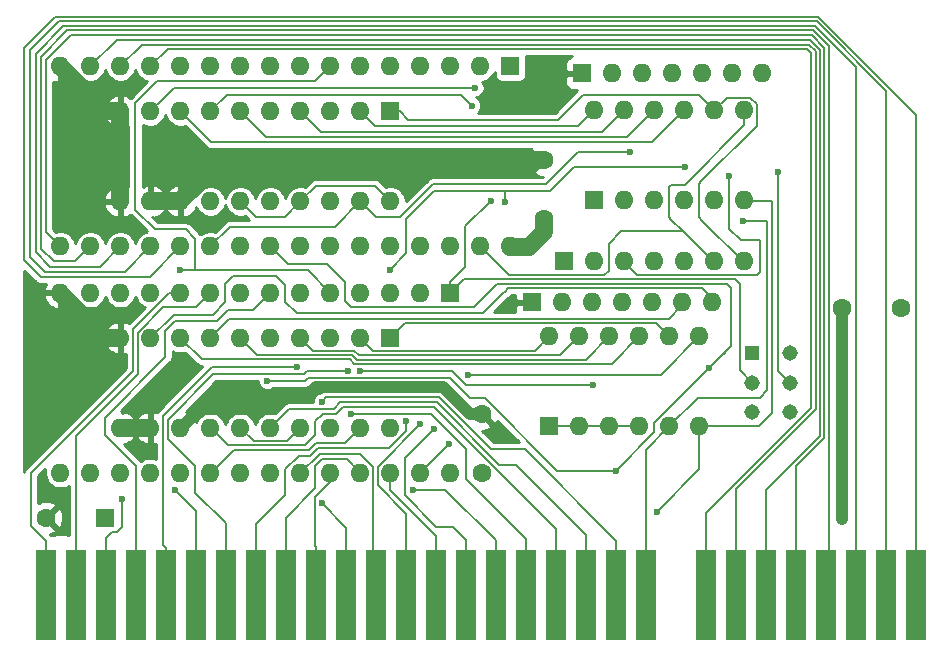
<source format=gtl>
G04 #@! TF.GenerationSoftware,KiCad,Pcbnew,(5.1.6-0)*
G04 #@! TF.CreationDate,2020-08-14T20:43:53-05:00*
G04 #@! TF.ProjectId,DoubleROM-DOC,446f7562-6c65-4524-9f4d-2d444f432e6b,rev?*
G04 #@! TF.SameCoordinates,Original*
G04 #@! TF.FileFunction,Copper,L1,Top*
G04 #@! TF.FilePolarity,Positive*
%FSLAX46Y46*%
G04 Gerber Fmt 4.6, Leading zero omitted, Abs format (unit mm)*
G04 Created by KiCad (PCBNEW (5.1.6-0)) date 2020-08-14 20:43:53*
%MOMM*%
%LPD*%
G01*
G04 APERTURE LIST*
G04 #@! TA.AperFunction,ComponentPad*
%ADD10O,1.600000X1.600000*%
G04 #@! TD*
G04 #@! TA.AperFunction,ComponentPad*
%ADD11R,1.600000X1.600000*%
G04 #@! TD*
G04 #@! TA.AperFunction,ConnectorPad*
%ADD12R,1.778000X7.620000*%
G04 #@! TD*
G04 #@! TA.AperFunction,ComponentPad*
%ADD13C,1.600000*%
G04 #@! TD*
G04 #@! TA.AperFunction,ComponentPad*
%ADD14C,1.308000*%
G04 #@! TD*
G04 #@! TA.AperFunction,ComponentPad*
%ADD15R,1.308000X1.308000*%
G04 #@! TD*
G04 #@! TA.AperFunction,ViaPad*
%ADD16C,0.600000*%
G04 #@! TD*
G04 #@! TA.AperFunction,ViaPad*
%ADD17C,1.000000*%
G04 #@! TD*
G04 #@! TA.AperFunction,Conductor*
%ADD18C,0.200000*%
G04 #@! TD*
G04 #@! TA.AperFunction,Conductor*
%ADD19C,1.500000*%
G04 #@! TD*
G04 #@! TA.AperFunction,Conductor*
%ADD20C,1.000000*%
G04 #@! TD*
G04 #@! TA.AperFunction,Conductor*
%ADD21C,0.254000*%
G04 #@! TD*
G04 APERTURE END LIST*
D10*
X229322000Y-122829000D03*
X242022000Y-130449000D03*
X231862000Y-122829000D03*
X239482000Y-130449000D03*
X234402000Y-122829000D03*
X236942000Y-130449000D03*
X236942000Y-122829000D03*
X234402000Y-130449000D03*
X239482000Y-122829000D03*
X231862000Y-130449000D03*
X242022000Y-122829000D03*
D11*
X229322000Y-130449000D03*
D10*
X222250000Y-134360000D03*
X184150000Y-119120000D03*
X219710000Y-134360000D03*
X186690000Y-119120000D03*
X217170000Y-134360000D03*
X189230000Y-119120000D03*
X214630000Y-134360000D03*
X191770000Y-119120000D03*
X212090000Y-134360000D03*
X194310000Y-119120000D03*
X209550000Y-134360000D03*
X196850000Y-119120000D03*
X207010000Y-134360000D03*
X199390000Y-119120000D03*
X204470000Y-134360000D03*
X201930000Y-119120000D03*
X201930000Y-134360000D03*
X204470000Y-119120000D03*
X199390000Y-134360000D03*
X207010000Y-119120000D03*
X196850000Y-134360000D03*
X209550000Y-119120000D03*
X194310000Y-134360000D03*
X212090000Y-119120000D03*
X191770000Y-134360000D03*
X214630000Y-119120000D03*
X189230000Y-134360000D03*
X217170000Y-119120000D03*
X186690000Y-134360000D03*
X219710000Y-119120000D03*
X184150000Y-134360000D03*
D11*
X222250000Y-119120000D03*
D12*
X182950000Y-163908000D03*
X185490000Y-163908000D03*
X188030000Y-163908000D03*
X190570000Y-163908000D03*
X193110000Y-163908000D03*
X195650000Y-163908000D03*
X198190000Y-163908000D03*
X200730000Y-163908000D03*
X203270000Y-163908000D03*
X205810000Y-163908000D03*
X208350000Y-163908000D03*
X210890000Y-163908000D03*
X213430000Y-163908000D03*
X215970000Y-163908000D03*
X218510000Y-163908000D03*
X221050000Y-163908000D03*
X223590000Y-163908000D03*
X226130000Y-163908000D03*
X228670000Y-163908000D03*
X231210000Y-163908000D03*
X233750000Y-163908000D03*
X238830000Y-163908000D03*
X241370000Y-163908000D03*
X243910000Y-163908000D03*
X246450000Y-163908000D03*
X248990000Y-163908000D03*
X251530000Y-163908000D03*
X254070000Y-163908000D03*
X256610000Y-163908000D03*
D11*
X187960000Y-157353000D03*
D13*
X182960000Y-157353000D03*
X219837000Y-153543000D03*
X219837000Y-148543000D03*
X225070000Y-127020000D03*
X225070000Y-132020000D03*
D10*
X243580000Y-119700000D03*
X241040000Y-119700000D03*
X238500000Y-119700000D03*
X235960000Y-119700000D03*
X233420000Y-119700000D03*
X230880000Y-119700000D03*
D11*
X228340000Y-119700000D03*
X224070000Y-139110000D03*
D10*
X226610000Y-139110000D03*
X229150000Y-139110000D03*
X231690000Y-139110000D03*
X234230000Y-139110000D03*
X236770000Y-139110000D03*
X239310000Y-139110000D03*
D11*
X226770000Y-135620000D03*
D10*
X229310000Y-135620000D03*
X231850000Y-135620000D03*
X234390000Y-135620000D03*
X236930000Y-135620000D03*
X239470000Y-135620000D03*
X242010000Y-135620000D03*
D11*
X225552000Y-149606000D03*
D10*
X238252000Y-141986000D03*
X228092000Y-149606000D03*
X235712000Y-141986000D03*
X230632000Y-149606000D03*
X233172000Y-141986000D03*
X233172000Y-149606000D03*
X230632000Y-141986000D03*
X235712000Y-149606000D03*
X228092000Y-141986000D03*
X238252000Y-149606000D03*
X225552000Y-141986000D03*
D14*
X245948000Y-148423000D03*
X245948000Y-145923000D03*
X245948000Y-143423000D03*
X242748000Y-148423000D03*
X242748000Y-145923000D03*
D15*
X242748000Y-143423000D03*
D10*
X217170000Y-153543000D03*
X184150000Y-138303000D03*
X214630000Y-153543000D03*
X186690000Y-138303000D03*
X212090000Y-153543000D03*
X189230000Y-138303000D03*
X209550000Y-153543000D03*
X191770000Y-138303000D03*
X207010000Y-153543000D03*
X194310000Y-138303000D03*
X204470000Y-153543000D03*
X196850000Y-138303000D03*
X201930000Y-153543000D03*
X199390000Y-138303000D03*
X199390000Y-153543000D03*
X201930000Y-138303000D03*
X196850000Y-153543000D03*
X204470000Y-138303000D03*
X194310000Y-153543000D03*
X207010000Y-138303000D03*
X191770000Y-153543000D03*
X209550000Y-138303000D03*
X189230000Y-153543000D03*
X212090000Y-138303000D03*
X186690000Y-153543000D03*
X214630000Y-138303000D03*
X184150000Y-153543000D03*
D11*
X217170000Y-138303000D03*
D10*
X212090000Y-130556000D03*
X189230000Y-122936000D03*
X209550000Y-130556000D03*
X191770000Y-122936000D03*
X207010000Y-130556000D03*
X194310000Y-122936000D03*
X204470000Y-130556000D03*
X196850000Y-122936000D03*
X201930000Y-130556000D03*
X199390000Y-122936000D03*
X199390000Y-130556000D03*
X201930000Y-122936000D03*
X196850000Y-130556000D03*
X204470000Y-122936000D03*
X194310000Y-130556000D03*
X207010000Y-122936000D03*
X191770000Y-130556000D03*
X209550000Y-122936000D03*
X189230000Y-130556000D03*
D11*
X212090000Y-122936000D03*
X212090000Y-142113000D03*
D10*
X189230000Y-149733000D03*
X209550000Y-142113000D03*
X191770000Y-149733000D03*
X207010000Y-142113000D03*
X194310000Y-149733000D03*
X204470000Y-142113000D03*
X196850000Y-149733000D03*
X201930000Y-142113000D03*
X199390000Y-149733000D03*
X199390000Y-142113000D03*
X201930000Y-149733000D03*
X196850000Y-142113000D03*
X204470000Y-149733000D03*
X194310000Y-142113000D03*
X207010000Y-149733000D03*
X191770000Y-142113000D03*
X209550000Y-149733000D03*
X189230000Y-142113000D03*
X212090000Y-149733000D03*
D13*
X250317000Y-139573000D03*
X255317000Y-139573000D03*
D16*
X206314200Y-156126700D03*
X214630000Y-149415496D03*
X221770000Y-130590000D03*
X212020000Y-136320000D03*
X237000000Y-127660000D03*
X244919500Y-128029500D03*
X219260000Y-120940000D03*
X220610000Y-130500000D03*
X215773000Y-149796500D03*
X218960000Y-122440000D03*
X213982500Y-154958600D03*
X208788000Y-148526500D03*
X206311500Y-147510500D03*
X189357000Y-155765500D03*
X204152500Y-144589500D03*
X193834900Y-154980300D03*
X194246500Y-136398000D03*
X208470500Y-144907000D03*
X213423500Y-149161500D03*
X241940000Y-132200000D03*
X201676000Y-145732500D03*
X239083850Y-144659350D03*
X231203500Y-153352488D03*
X234632500Y-156845000D03*
D17*
X250317000Y-157480000D03*
D16*
X240750000Y-128400000D03*
X217043000Y-151130010D03*
X218630499Y-145224500D03*
X232346500Y-126365000D03*
X229222600Y-146116200D03*
X209550000Y-144907000D03*
D18*
X182950000Y-159328000D02*
X182950000Y-163908000D01*
X193357500Y-138303000D02*
X190329300Y-141331200D01*
X194310000Y-138303000D02*
X193357500Y-138303000D01*
X190329300Y-141331200D02*
X190329300Y-144918000D01*
X190329300Y-144918000D02*
X181673500Y-153573800D01*
X181673500Y-153573800D02*
X181673500Y-158051500D01*
X181673500Y-158051500D02*
X182950000Y-159328000D01*
X185490000Y-150411300D02*
X185490000Y-163908000D01*
X190699700Y-145201600D02*
X185490000Y-150411300D01*
X190699700Y-141668308D02*
X190699700Y-145201600D01*
X192841408Y-139526600D02*
X190699700Y-141668308D01*
X196850000Y-138303000D02*
X195626400Y-139526600D01*
X195626400Y-139526600D02*
X192841408Y-139526600D01*
X208350000Y-163908000D02*
X208350000Y-158162500D01*
X208350000Y-158162500D02*
X206314200Y-156126700D01*
X210640600Y-163658600D02*
X210890000Y-163908000D01*
X210640600Y-153079000D02*
X210640600Y-163658600D01*
X209482796Y-151921196D02*
X210640600Y-153079000D01*
X204470000Y-153543000D02*
X206091804Y-151921196D01*
X206091804Y-151921196D02*
X209482796Y-151921196D01*
X211011100Y-153034396D02*
X214630000Y-149415496D01*
X213430000Y-157000400D02*
X211011100Y-154581500D01*
X213430000Y-163908000D02*
X213430000Y-157000400D01*
X211011100Y-154581500D02*
X211011100Y-153034396D01*
X215970000Y-158883500D02*
X215970000Y-163908000D01*
X212090000Y-153543000D02*
X212090000Y-155003500D01*
X212090000Y-155003500D02*
X215970000Y-158883500D01*
X245948000Y-145923000D02*
X244919500Y-144894500D01*
X244919500Y-144894500D02*
X244919500Y-128029500D01*
X237000000Y-127660000D02*
X237000000Y-127660000D01*
X244919500Y-128029500D02*
X244919500Y-128029500D01*
X227643252Y-127660000D02*
X237000000Y-127660000D01*
X225636626Y-129666626D02*
X227643252Y-127660000D01*
X213380000Y-134960000D02*
X213380000Y-132050000D01*
X213380000Y-132050000D02*
X215763374Y-129666626D01*
X212020000Y-136320000D02*
X213380000Y-134960000D01*
X221770000Y-129673252D02*
X221776626Y-129666626D01*
X221770000Y-130590000D02*
X221770000Y-129673252D01*
X221776626Y-129666626D02*
X225636626Y-129666626D01*
X215763374Y-129666626D02*
X221776626Y-129666626D01*
X219290000Y-120770000D02*
X219290000Y-120770000D01*
X219240000Y-120960000D02*
X219260000Y-120940000D01*
X192840001Y-121859999D02*
X193740000Y-120960000D01*
X192840001Y-121865999D02*
X192840001Y-121859999D01*
X193740000Y-120960000D02*
X219240000Y-120960000D01*
X191770000Y-122936000D02*
X192840001Y-121865999D01*
X213296500Y-152273000D02*
X215773000Y-149796500D01*
X215940900Y-158092400D02*
X213296500Y-155448000D01*
X213296500Y-155448000D02*
X213296500Y-152273000D01*
X217395900Y-158092400D02*
X215940900Y-158092400D01*
X218510000Y-163908000D02*
X218510000Y-159206500D01*
X218510000Y-159206500D02*
X217395900Y-158092400D01*
X218312988Y-137160012D02*
X217170000Y-138303000D01*
X242748000Y-145923000D02*
X241681000Y-144856000D01*
X241681000Y-144856000D02*
X241681000Y-137541000D01*
X241681000Y-137541000D02*
X241300012Y-137160012D01*
X241300012Y-137160012D02*
X218312988Y-137160012D01*
X217170000Y-138303000D02*
X217170000Y-137340000D01*
X217170000Y-137340000D02*
X218440000Y-136070000D01*
X218440000Y-132670000D02*
X218440000Y-133070000D01*
X220610000Y-130500000D02*
X218440000Y-132670000D01*
X218440000Y-133070000D02*
X218440000Y-132800000D01*
X218440000Y-136070000D02*
X218440000Y-133070000D01*
X196850000Y-122936000D02*
X198266000Y-121520000D01*
X218040000Y-121520000D02*
X218960000Y-122440000D01*
X198266000Y-121520000D02*
X218040000Y-121520000D01*
X221050000Y-163908000D02*
X221050000Y-159257900D01*
X221050000Y-159257900D02*
X216750700Y-154958600D01*
X216750700Y-154958600D02*
X213982500Y-154958600D01*
X215519000Y-148526500D02*
X208788000Y-148526500D01*
X218528100Y-151535600D02*
X215519000Y-148526500D01*
X218528100Y-154075600D02*
X218528100Y-151535600D01*
X223590000Y-163908000D02*
X223590000Y-159137500D01*
X223590000Y-159137500D02*
X218528100Y-154075600D01*
X197649999Y-150532999D02*
X196850000Y-149733000D01*
X198331700Y-151214700D02*
X197649999Y-150532999D01*
X204829800Y-151214700D02*
X198331700Y-151214700D01*
X205740000Y-150304500D02*
X204829800Y-151214700D01*
X226130000Y-158274000D02*
X215811000Y-147955000D01*
X205740000Y-149161500D02*
X205740000Y-150304500D01*
X226130000Y-163908000D02*
X226130000Y-158274000D01*
X215811000Y-147955000D02*
X208061600Y-147955000D01*
X208061600Y-147955000D02*
X207502588Y-148514012D01*
X207502588Y-148514012D02*
X206387488Y-148514012D01*
X206387488Y-148514012D02*
X205740000Y-149161500D01*
X203518999Y-148144001D02*
X201930000Y-149733000D01*
X207283603Y-148144001D02*
X203518999Y-148144001D01*
X228670000Y-158756500D02*
X222757500Y-152844000D01*
X228670000Y-163908000D02*
X228670000Y-158756500D01*
X222757500Y-152844000D02*
X221297000Y-152844000D01*
X221297000Y-152844000D02*
X216027000Y-147574000D01*
X216027000Y-147574000D02*
X207853604Y-147574000D01*
X207853604Y-147574000D02*
X207283603Y-148144001D01*
X206674999Y-147147001D02*
X206311500Y-147510500D01*
X231210000Y-159269900D02*
X223488400Y-151548300D01*
X231210000Y-163908000D02*
X231210000Y-159269900D01*
X223488400Y-151548300D02*
X220572800Y-151548300D01*
X220572800Y-151548300D02*
X216171501Y-147147001D01*
X216171501Y-147147001D02*
X206674999Y-147147001D01*
X189357000Y-158115000D02*
X189357000Y-155765500D01*
X188926010Y-158545990D02*
X189357000Y-158115000D01*
X188545010Y-158545990D02*
X188926010Y-158545990D01*
X188030000Y-163908000D02*
X188030000Y-159061000D01*
X188030000Y-159061000D02*
X188545010Y-158545990D01*
X190570000Y-152978000D02*
X190570000Y-163908000D01*
X187896500Y-148855400D02*
X187896500Y-150304500D01*
X193040000Y-143711900D02*
X187896500Y-148855400D01*
X200469500Y-139763500D02*
X198310500Y-139763500D01*
X201930000Y-138303000D02*
X200469500Y-139763500D01*
X187896500Y-150304500D02*
X190570000Y-152978000D01*
X198310500Y-139763500D02*
X197389200Y-140684800D01*
X197389200Y-140684800D02*
X193896700Y-140684800D01*
X193896700Y-140684800D02*
X193040000Y-141541500D01*
X193040000Y-141541500D02*
X193040000Y-143711900D01*
X193110000Y-163908000D02*
X193110000Y-159898000D01*
X192849500Y-148717000D02*
X196977000Y-144589500D01*
X196977000Y-144589500D02*
X204152500Y-144589500D01*
X193110000Y-159898000D02*
X192849500Y-159637500D01*
X192849500Y-159637500D02*
X192849500Y-148717000D01*
X193834900Y-154980300D02*
X195650000Y-156795400D01*
X195650000Y-156795400D02*
X195650000Y-163908000D01*
X205105000Y-136398000D02*
X194246500Y-136398000D01*
X207010000Y-138303000D02*
X205105000Y-136398000D01*
X195580000Y-136398000D02*
X194246500Y-136398000D01*
X195580000Y-133731000D02*
X195580000Y-136398000D01*
X194754500Y-132905500D02*
X195580000Y-133731000D01*
X205740000Y-120396000D02*
X192341500Y-120396000D01*
X207010000Y-119126000D02*
X205740000Y-120396000D01*
X192341500Y-120396000D02*
X190500000Y-122237500D01*
X190500000Y-122237500D02*
X190500000Y-131269600D01*
X190500000Y-131269600D02*
X192135900Y-132905500D01*
X192135900Y-132905500D02*
X194754500Y-132905500D01*
X195580000Y-155208200D02*
X195580000Y-152971500D01*
X195580000Y-152971500D02*
X193239999Y-150631499D01*
X197104000Y-145161000D02*
X204787500Y-145161000D01*
X193239999Y-150631499D02*
X193239999Y-149025001D01*
X205041500Y-144907000D02*
X208470500Y-144907000D01*
X204787500Y-145161000D02*
X205041500Y-144907000D01*
X198190000Y-157818200D02*
X195580000Y-155208200D01*
X198190000Y-163908000D02*
X198190000Y-157818200D01*
X193239999Y-149025001D02*
X197104000Y-145161000D01*
X213423500Y-149983102D02*
X213423500Y-149161500D01*
X211959102Y-151447500D02*
X213423500Y-149983102D01*
X205930500Y-151447500D02*
X211959102Y-151447500D01*
X200730000Y-157838200D02*
X203200000Y-155368200D01*
X200730000Y-163908000D02*
X200730000Y-157838200D01*
X203200000Y-153239200D02*
X204356300Y-152082900D01*
X204356300Y-152082900D02*
X205295100Y-152082900D01*
X203200000Y-155368200D02*
X203200000Y-153239200D01*
X205295100Y-152082900D02*
X205930500Y-151447500D01*
X203270000Y-157326600D02*
X203270000Y-163908000D01*
X205740000Y-154856600D02*
X203270000Y-157326600D01*
X205740000Y-152971500D02*
X205740000Y-154856600D01*
X206313460Y-152398040D02*
X205740000Y-152971500D01*
X209550000Y-153543000D02*
X208405040Y-152398040D01*
X208405040Y-152398040D02*
X206313460Y-152398040D01*
X205810000Y-159827700D02*
X205810000Y-163908000D01*
X205743400Y-159761100D02*
X205810000Y-159827700D01*
X205743400Y-155571600D02*
X205743400Y-159761100D01*
X207010000Y-153543000D02*
X207010000Y-154305000D01*
X207010000Y-154305000D02*
X205743400Y-155571600D01*
X243967000Y-146558000D02*
X243352000Y-147173000D01*
X238145000Y-147173000D02*
X235712000Y-149606000D01*
X243352000Y-147173000D02*
X238145000Y-147173000D01*
X233750000Y-151568000D02*
X233750000Y-163908000D01*
X235712000Y-149606000D02*
X233750000Y-151568000D01*
X241967000Y-132227000D02*
X241940000Y-132200000D01*
X243967000Y-132227000D02*
X241967000Y-132227000D01*
X243967000Y-132227000D02*
X243967000Y-146558000D01*
X247710010Y-117986736D02*
X247388774Y-117665500D01*
X238830000Y-163908000D02*
X238830000Y-156908522D01*
X193230500Y-117665500D02*
X191770000Y-119126000D01*
X238830000Y-156908522D02*
X247710010Y-148028512D01*
X247710010Y-148028512D02*
X247710010Y-117986736D01*
X247388774Y-117665500D02*
X193230500Y-117665500D01*
X248100021Y-148161775D02*
X248100021Y-117853473D01*
X241370000Y-163908000D02*
X241370000Y-154891796D01*
X247531048Y-117284500D02*
X191071500Y-117284500D01*
X191071500Y-117284500D02*
X189230000Y-119126000D01*
X241370000Y-154891796D02*
X248100021Y-148161775D01*
X248100021Y-117853473D02*
X247531048Y-117284500D01*
X243910000Y-154997000D02*
X248470030Y-150436970D01*
X188950082Y-116865918D02*
X186690000Y-119126000D01*
X248470030Y-117700208D02*
X247635740Y-116865918D01*
X243910000Y-163908000D02*
X243910000Y-154997000D01*
X247635740Y-116865918D02*
X188950082Y-116865918D01*
X248470030Y-150436970D02*
X248470030Y-117700208D01*
X247752096Y-116459000D02*
X185039000Y-116459000D01*
X182943500Y-118554500D02*
X182943500Y-133159500D01*
X248840041Y-150590233D02*
X248840041Y-117546945D01*
X185039000Y-116459000D02*
X182943500Y-118554500D01*
X246450000Y-152980274D02*
X248840041Y-150590233D01*
X246450000Y-163908000D02*
X246450000Y-152980274D01*
X182943500Y-133159500D02*
X184150000Y-134366000D01*
X248840041Y-117546945D02*
X247752096Y-116459000D01*
X185420000Y-135636000D02*
X186690000Y-134366000D01*
X184721500Y-116078000D02*
X182499000Y-118300500D01*
X248990000Y-163908000D02*
X249210050Y-163687950D01*
X247894370Y-116078000D02*
X184721500Y-116078000D01*
X182499000Y-134556500D02*
X183578500Y-135636000D01*
X183578500Y-135636000D02*
X185420000Y-135636000D01*
X249210050Y-163687950D02*
X249210050Y-117393680D01*
X249210050Y-117393680D02*
X247894370Y-116078000D01*
X182499000Y-118300500D02*
X182499000Y-134556500D01*
X183261000Y-136080500D02*
X187515500Y-136080500D01*
X182050898Y-118050102D02*
X182050898Y-134870398D01*
X251530000Y-163908000D02*
X251530000Y-119190356D01*
X187515500Y-136080500D02*
X189230000Y-134366000D01*
X184404000Y-115697000D02*
X182050898Y-118050102D01*
X248036644Y-115697000D02*
X184404000Y-115697000D01*
X251530000Y-119190356D02*
X248036644Y-115697000D01*
X182050898Y-134870398D02*
X183261000Y-136080500D01*
X181590105Y-135298605D02*
X182816500Y-136525000D01*
X254070000Y-121207082D02*
X248174969Y-115312051D01*
X254070000Y-163908000D02*
X254070000Y-121207082D01*
X182816500Y-136525000D02*
X189611000Y-136525000D01*
X248174969Y-115312051D02*
X184026949Y-115312051D01*
X181590105Y-117748895D02*
X181590105Y-135298605D01*
X189611000Y-136525000D02*
X191770000Y-134366000D01*
X184026949Y-115312051D02*
X181590105Y-117748895D01*
X191706500Y-136969500D02*
X194310000Y-134366000D01*
X181052292Y-117588208D02*
X181052292Y-135522792D01*
X182499000Y-136969500D02*
X191706500Y-136969500D01*
X248321192Y-114935000D02*
X183705500Y-114935000D01*
X181052292Y-135522792D02*
X182499000Y-136969500D01*
X256610000Y-163908000D02*
X256610000Y-123223808D01*
X183705500Y-114935000D02*
X181052292Y-117588208D01*
X256610000Y-123223808D02*
X248321192Y-114935000D01*
X234442000Y-150113988D02*
X231203500Y-153352488D01*
X234442000Y-149301200D02*
X234442000Y-150113988D01*
X239083850Y-144659350D02*
X234442000Y-149301200D01*
X226226588Y-153352488D02*
X231203500Y-153352488D01*
X204851000Y-145732500D02*
X205105001Y-145478499D01*
X201676000Y-145732500D02*
X204851000Y-145732500D01*
X205105001Y-145478499D02*
X217106499Y-145478499D01*
X217106499Y-145478499D02*
X218821000Y-147193000D01*
X218821000Y-147193000D02*
X220067100Y-147193000D01*
X220067100Y-147193000D02*
X226226588Y-153352488D01*
X240206600Y-143536600D02*
X239083850Y-144659350D01*
X240380001Y-143363199D02*
X240206600Y-143536600D01*
X240970000Y-142773200D02*
X240206600Y-143536600D01*
X208772081Y-139493581D02*
X219133145Y-139493581D01*
X240060043Y-137530023D02*
X240070010Y-137539990D01*
X208280000Y-139001500D02*
X208772081Y-139493581D01*
X208280000Y-137414000D02*
X208280000Y-139001500D01*
X219133145Y-139493581D02*
X221096703Y-137530023D01*
X203397600Y-135833600D02*
X206699600Y-135833600D01*
X240970000Y-137910000D02*
X240970000Y-142773200D01*
X240070010Y-137539990D02*
X240599990Y-137539990D01*
X240599990Y-137539990D02*
X240970000Y-137910000D01*
X221096703Y-137530023D02*
X240060043Y-137530023D01*
X206699600Y-135833600D02*
X208280000Y-137414000D01*
X201930000Y-134366000D02*
X203397600Y-135833600D01*
X238252000Y-153225500D02*
X234632500Y-156845000D01*
X238252000Y-149606000D02*
X238252000Y-153225500D01*
X243268500Y-149606000D02*
X244411500Y-148463000D01*
X238252000Y-149606000D02*
X243268500Y-149606000D01*
X242064500Y-130491500D02*
X242022000Y-130449000D01*
X244411500Y-130491500D02*
X242064500Y-130491500D01*
X244411500Y-148463000D02*
X244411500Y-130491500D01*
D19*
X189230000Y-149733000D02*
X191770000Y-149733000D01*
X187960000Y-142113000D02*
X189230000Y-142113000D01*
X184150000Y-138303000D02*
X187960000Y-142113000D01*
X187960000Y-122936000D02*
X189230000Y-122936000D01*
X184150000Y-119126000D02*
X187960000Y-122936000D01*
X189230000Y-122936000D02*
X189230000Y-130556000D01*
X194310000Y-130556000D02*
X191770000Y-130556000D01*
D20*
X195109999Y-148933001D02*
X194310000Y-149733000D01*
X218837500Y-148543000D02*
X216543010Y-146248510D01*
X219837000Y-148543000D02*
X218837500Y-148543000D01*
X216543010Y-146248510D02*
X205795490Y-146248510D01*
X205795490Y-146248510D02*
X204981861Y-147062139D01*
X204981861Y-147062139D02*
X196980861Y-147062139D01*
X196980861Y-147062139D02*
X195109999Y-148933001D01*
D19*
X225010000Y-127080000D02*
X225070000Y-127020000D01*
X197231000Y-127635000D02*
X218233000Y-127635000D01*
X218788000Y-127080000D02*
X225010000Y-127080000D01*
X218233000Y-127635000D02*
X218788000Y-127080000D01*
X194310000Y-130556000D02*
X197231000Y-127635000D01*
D20*
X250317000Y-157480000D02*
X250317000Y-139573000D01*
D18*
X228092000Y-149606000D02*
X225552000Y-149606000D01*
X230632000Y-149606000D02*
X228092000Y-149606000D01*
X233172000Y-149606000D02*
X230632000Y-149606000D01*
X203358700Y-150844300D02*
X204470000Y-149733000D01*
X199390000Y-149733000D02*
X200501300Y-150844300D01*
X200501300Y-150844300D02*
X203358700Y-150844300D01*
X210756500Y-129222500D02*
X212090000Y-130556000D01*
X204470000Y-130556000D02*
X205803500Y-129222500D01*
X205803500Y-129222500D02*
X210756500Y-129222500D01*
X203187252Y-131838748D02*
X204470000Y-130556000D01*
X199390000Y-130556000D02*
X200672748Y-131838748D01*
X200672748Y-131838748D02*
X203187252Y-131838748D01*
D19*
X225070000Y-132020000D02*
X225070000Y-133140000D01*
X225070000Y-133140000D02*
X223840000Y-134370000D01*
X222260000Y-134370000D02*
X222250000Y-134360000D01*
X223840000Y-134370000D02*
X222260000Y-134370000D01*
D18*
X236982000Y-123317000D02*
X236982000Y-122237500D01*
X196913500Y-125539500D02*
X194310000Y-122936000D01*
X230441500Y-125539500D02*
X196913500Y-125539500D01*
X234231500Y-125539500D02*
X236942000Y-122829000D01*
X230441500Y-125539500D02*
X234231500Y-125539500D01*
X201549000Y-125095000D02*
X199390000Y-122936000D01*
X228346000Y-125095000D02*
X201549000Y-125095000D01*
X232136000Y-125095000D02*
X234402000Y-122829000D01*
X228346000Y-125095000D02*
X232136000Y-125095000D01*
X206184500Y-124650500D02*
X204470000Y-122936000D01*
X225709500Y-124650500D02*
X206184500Y-124650500D01*
X230040500Y-124650500D02*
X225709500Y-124650500D01*
X231862000Y-122829000D02*
X230040500Y-124650500D01*
X226250500Y-124650500D02*
X225709500Y-124650500D01*
X227945000Y-124206000D02*
X229322000Y-122829000D01*
X210820000Y-124206000D02*
X227945000Y-124206000D01*
X209550000Y-122936000D02*
X210820000Y-124206000D01*
X204152500Y-140017500D02*
X219941000Y-140017500D01*
X203200000Y-139065000D02*
X204152500Y-140017500D01*
X203200000Y-137668000D02*
X203200000Y-139065000D01*
X202438000Y-136906000D02*
X203200000Y-137668000D01*
X193738500Y-140144500D02*
X197040500Y-140144500D01*
X197040500Y-140144500D02*
X198120000Y-139065000D01*
X191770000Y-142113000D02*
X193738500Y-140144500D01*
X198120000Y-139065000D02*
X198120000Y-137541000D01*
X198120000Y-137541000D02*
X198755000Y-136906000D01*
X198755000Y-136906000D02*
X202438000Y-136906000D01*
X221539250Y-138419250D02*
X221655500Y-138303000D01*
X219941000Y-140017500D02*
X221539250Y-138419250D01*
X239310000Y-138703424D02*
X239310000Y-139280000D01*
X238506609Y-137900033D02*
X239310000Y-138703424D01*
X222079959Y-137900041D02*
X238506609Y-137900033D01*
X221770001Y-138209999D02*
X222079959Y-137900041D01*
X221748501Y-138209999D02*
X221770001Y-138209999D01*
X221539250Y-138419250D02*
X221748501Y-138209999D01*
X224354600Y-143183400D02*
X225552000Y-141986000D01*
X209550000Y-142113000D02*
X210620400Y-143183400D01*
X210620400Y-143183400D02*
X224354600Y-143183400D01*
X226491600Y-143586400D02*
X228092000Y-141986000D01*
X209429300Y-143586400D02*
X226491600Y-143586400D01*
X209026200Y-143183300D02*
X209429300Y-143586400D01*
X204470000Y-142113000D02*
X205540300Y-143183300D01*
X205540300Y-143183300D02*
X209026200Y-143183300D01*
X199390000Y-142113000D02*
X200830800Y-143553800D01*
X228660000Y-143958000D02*
X230632000Y-141986000D01*
X200830800Y-143553800D02*
X208872700Y-143553800D01*
X208872700Y-143553800D02*
X209276900Y-143958000D01*
X209276900Y-143958000D02*
X228660000Y-143958000D01*
X196121200Y-143924200D02*
X194310000Y-142113000D01*
X208630700Y-143924200D02*
X196121200Y-143924200D01*
X209038100Y-144331600D02*
X208630700Y-143924200D01*
X233172000Y-141986000D02*
X230826400Y-144331600D01*
X230826400Y-144331600D02*
X209038100Y-144331600D01*
X235657500Y-140516500D02*
X236728000Y-139446000D01*
X196850000Y-142113000D02*
X198446500Y-140516500D01*
X198446500Y-140516500D02*
X235657500Y-140516500D01*
X243350000Y-133860000D02*
X241743602Y-133860000D01*
X243350000Y-136550000D02*
X243350000Y-133860000D01*
X243109999Y-136790001D02*
X243350000Y-136550000D01*
X232930001Y-136790001D02*
X243109999Y-136790001D01*
X231860000Y-135720000D02*
X232930001Y-136790001D01*
X241743602Y-133860000D02*
X240740001Y-132856399D01*
X240740001Y-132856399D02*
X240740001Y-128229539D01*
X214630000Y-153543000D02*
X217042990Y-151130010D01*
X217042990Y-151130010D02*
X217043000Y-151130010D01*
X235013500Y-145224500D02*
X218630499Y-145224500D01*
X238252000Y-141986000D02*
X235013500Y-145224500D01*
X234612900Y-140886900D02*
X235712000Y-141986000D01*
X212090000Y-142113000D02*
X213316100Y-140886900D01*
X213316100Y-140886900D02*
X234612900Y-140886900D01*
X236825000Y-133065000D02*
X239480000Y-135720000D01*
X242022000Y-124118000D02*
X242022000Y-122829000D01*
X236998001Y-129141999D02*
X242022000Y-124118000D01*
X235871999Y-129141999D02*
X236998001Y-129141999D01*
X235871999Y-132111999D02*
X236825000Y-133065000D01*
X222099967Y-136749967D02*
X219710000Y-134360000D01*
X230159967Y-136749967D02*
X222099967Y-136749967D01*
X230200000Y-136790000D02*
X230159967Y-136749967D01*
X230560010Y-136429990D02*
X230200000Y-136790000D01*
X230560010Y-134120010D02*
X230560010Y-136429990D01*
X231615020Y-133065000D02*
X230560010Y-134120010D01*
X236825000Y-133065000D02*
X231615020Y-133065000D01*
X235871999Y-132111999D02*
X235871999Y-132101999D01*
X235871999Y-132101999D02*
X235680000Y-131910000D01*
X235680000Y-129333998D02*
X235871999Y-129141999D01*
X235680000Y-131910000D02*
X235680000Y-129333998D01*
X240552001Y-121758999D02*
X239482000Y-122829000D01*
X243092001Y-124126854D02*
X243092001Y-122315399D01*
X238411999Y-128806856D02*
X243092001Y-124126854D01*
X243092001Y-122315399D02*
X242535601Y-121758999D01*
X242535601Y-121758999D02*
X240552001Y-121758999D01*
X238411999Y-128806856D02*
X238411999Y-128818001D01*
X238411999Y-128818001D02*
X238180000Y-129050000D01*
X238180000Y-131880000D02*
X238500000Y-132200000D01*
X238180000Y-129050000D02*
X238180000Y-131880000D01*
X238500000Y-132200000D02*
X242020000Y-135720000D01*
X238192000Y-121539000D02*
X239482000Y-122829000D01*
X226250000Y-123650000D02*
X228361000Y-121539000D01*
X213580000Y-123650000D02*
X226250000Y-123650000D01*
X212866000Y-122936000D02*
X213580000Y-123650000D01*
X228361000Y-121539000D02*
X238192000Y-121539000D01*
X212090000Y-122936000D02*
X212866000Y-122936000D01*
X207391000Y-132715000D02*
X209550000Y-130556000D01*
X196850000Y-134366000D02*
X198501000Y-132715000D01*
X198501000Y-132715000D02*
X207391000Y-132715000D01*
X227985000Y-126365000D02*
X225235000Y-129115000D01*
X232346500Y-126365000D02*
X227985000Y-126365000D01*
X225235000Y-129115000D02*
X215690000Y-129115000D01*
X210883500Y-131889500D02*
X209550000Y-130556000D01*
X215690000Y-129115000D02*
X212915500Y-131889500D01*
X212915500Y-131889500D02*
X210883500Y-131889500D01*
X205755274Y-151003000D02*
X205173274Y-151585000D01*
X208280000Y-151003000D02*
X205755274Y-151003000D01*
X205173274Y-151585000D02*
X198808000Y-151585000D01*
X197649999Y-152743001D02*
X196850000Y-153543000D01*
X198808000Y-151585000D02*
X197649999Y-152743001D01*
X209550000Y-149733000D02*
X208280000Y-151003000D01*
X217297000Y-144907000D02*
X209550000Y-144907000D01*
X229222600Y-146116200D02*
X218506200Y-146116200D01*
X218506200Y-146116200D02*
X217297000Y-144907000D01*
D21*
G36*
X182844540Y-153414423D02*
G01*
X182844540Y-153671577D01*
X182894708Y-153923789D01*
X182993116Y-154161367D01*
X183135983Y-154375183D01*
X183317817Y-154557017D01*
X183531633Y-154699884D01*
X183769211Y-154798292D01*
X184021423Y-154848460D01*
X184278577Y-154848460D01*
X184530789Y-154798292D01*
X184768367Y-154699884D01*
X184884540Y-154622260D01*
X184884541Y-158765000D01*
X184726051Y-158765000D01*
X184715597Y-158745443D01*
X184699803Y-158726197D01*
X184680557Y-158710403D01*
X184658601Y-158698667D01*
X184634776Y-158691440D01*
X184610000Y-158689000D01*
X183810000Y-158689000D01*
X183785224Y-158691440D01*
X183761399Y-158698667D01*
X183739443Y-158710403D01*
X183720197Y-158726197D01*
X183704403Y-158745443D01*
X183693949Y-158765000D01*
X183243249Y-158765000D01*
X183240372Y-158762123D01*
X183310130Y-158751787D01*
X183576292Y-158656603D01*
X183701514Y-158589671D01*
X183773097Y-158345702D01*
X182960000Y-157532605D01*
X182945858Y-157546748D01*
X182766253Y-157367143D01*
X182780395Y-157353000D01*
X183139605Y-157353000D01*
X183952702Y-158166097D01*
X184196671Y-158094514D01*
X184317571Y-157839004D01*
X184386300Y-157564816D01*
X184400217Y-157282488D01*
X184358787Y-157002870D01*
X184263603Y-156736708D01*
X184196671Y-156611486D01*
X183952702Y-156539903D01*
X183139605Y-157353000D01*
X182780395Y-157353000D01*
X182766253Y-157338858D01*
X182945858Y-157159253D01*
X182960000Y-157173395D01*
X183773097Y-156360298D01*
X183701514Y-156116329D01*
X183446004Y-155995429D01*
X183171816Y-155926700D01*
X182889488Y-155912783D01*
X182609870Y-155954213D01*
X182343708Y-156049397D01*
X182278960Y-156084005D01*
X182278960Y-153824589D01*
X182883130Y-153220419D01*
X182844540Y-153414423D01*
G37*
X182844540Y-153414423D02*
X182844540Y-153671577D01*
X182894708Y-153923789D01*
X182993116Y-154161367D01*
X183135983Y-154375183D01*
X183317817Y-154557017D01*
X183531633Y-154699884D01*
X183769211Y-154798292D01*
X184021423Y-154848460D01*
X184278577Y-154848460D01*
X184530789Y-154798292D01*
X184768367Y-154699884D01*
X184884540Y-154622260D01*
X184884541Y-158765000D01*
X184726051Y-158765000D01*
X184715597Y-158745443D01*
X184699803Y-158726197D01*
X184680557Y-158710403D01*
X184658601Y-158698667D01*
X184634776Y-158691440D01*
X184610000Y-158689000D01*
X183810000Y-158689000D01*
X183785224Y-158691440D01*
X183761399Y-158698667D01*
X183739443Y-158710403D01*
X183720197Y-158726197D01*
X183704403Y-158745443D01*
X183693949Y-158765000D01*
X183243249Y-158765000D01*
X183240372Y-158762123D01*
X183310130Y-158751787D01*
X183576292Y-158656603D01*
X183701514Y-158589671D01*
X183773097Y-158345702D01*
X182960000Y-157532605D01*
X182945858Y-157546748D01*
X182766253Y-157367143D01*
X182780395Y-157353000D01*
X183139605Y-157353000D01*
X183952702Y-158166097D01*
X184196671Y-158094514D01*
X184317571Y-157839004D01*
X184386300Y-157564816D01*
X184400217Y-157282488D01*
X184358787Y-157002870D01*
X184263603Y-156736708D01*
X184196671Y-156611486D01*
X183952702Y-156539903D01*
X183139605Y-157353000D01*
X182780395Y-157353000D01*
X182766253Y-157338858D01*
X182945858Y-157159253D01*
X182960000Y-157173395D01*
X183773097Y-156360298D01*
X183701514Y-156116329D01*
X183446004Y-155995429D01*
X183171816Y-155926700D01*
X182889488Y-155912783D01*
X182609870Y-155954213D01*
X182343708Y-156049397D01*
X182278960Y-156084005D01*
X182278960Y-153824589D01*
X182883130Y-153220419D01*
X182844540Y-153414423D01*
G36*
X182049847Y-137376597D02*
G01*
X182068804Y-137399696D01*
X182091902Y-137418652D01*
X182091903Y-137418653D01*
X182140688Y-137458690D01*
X182160997Y-137475357D01*
X182266180Y-137531578D01*
X182380309Y-137566199D01*
X182469261Y-137574960D01*
X182469268Y-137574960D01*
X182498999Y-137577888D01*
X182528730Y-137574960D01*
X182921395Y-137574960D01*
X182852930Y-137689119D01*
X182758091Y-137953960D01*
X182879376Y-138176000D01*
X184023000Y-138176000D01*
X184023000Y-138156000D01*
X184277000Y-138156000D01*
X184277000Y-138176000D01*
X184297000Y-138176000D01*
X184297000Y-138430000D01*
X184277000Y-138430000D01*
X184277000Y-139572915D01*
X184499039Y-139694904D01*
X184633087Y-139654246D01*
X184887420Y-139534037D01*
X185113414Y-139366519D01*
X185302385Y-139158131D01*
X185447070Y-138916881D01*
X185486105Y-138807873D01*
X185533116Y-138921367D01*
X185675983Y-139135183D01*
X185857817Y-139317017D01*
X186071633Y-139459884D01*
X186309211Y-139558292D01*
X186561423Y-139608460D01*
X186818577Y-139608460D01*
X187070789Y-139558292D01*
X187308367Y-139459884D01*
X187522183Y-139317017D01*
X187704017Y-139135183D01*
X187846884Y-138921367D01*
X187945292Y-138683789D01*
X187960000Y-138609847D01*
X187974708Y-138683789D01*
X188073116Y-138921367D01*
X188215983Y-139135183D01*
X188397817Y-139317017D01*
X188611633Y-139459884D01*
X188849211Y-139558292D01*
X189101423Y-139608460D01*
X189358577Y-139608460D01*
X189610789Y-139558292D01*
X189848367Y-139459884D01*
X190062183Y-139317017D01*
X190244017Y-139135183D01*
X190386884Y-138921367D01*
X190485292Y-138683789D01*
X190500000Y-138609847D01*
X190514708Y-138683789D01*
X190613116Y-138921367D01*
X190755983Y-139135183D01*
X190937817Y-139317017D01*
X191151633Y-139459884D01*
X191287917Y-139516334D01*
X189936773Y-140867478D01*
X189713087Y-140761754D01*
X189579039Y-140721096D01*
X189357000Y-140843085D01*
X189357000Y-141986000D01*
X189377000Y-141986000D01*
X189377000Y-142240000D01*
X189357000Y-142240000D01*
X189357000Y-143382915D01*
X189579039Y-143504904D01*
X189713087Y-143464246D01*
X189723841Y-143459163D01*
X189723841Y-144667209D01*
X181266408Y-153124643D01*
X181243304Y-153143604D01*
X181167643Y-153235798D01*
X181111422Y-153340981D01*
X181086760Y-153422280D01*
X181086760Y-142462040D01*
X187838091Y-142462040D01*
X187932930Y-142726881D01*
X188077615Y-142968131D01*
X188266586Y-143176519D01*
X188492580Y-143344037D01*
X188746913Y-143464246D01*
X188880961Y-143504904D01*
X189103000Y-143382915D01*
X189103000Y-142240000D01*
X187959376Y-142240000D01*
X187838091Y-142462040D01*
X181086760Y-142462040D01*
X181086760Y-141763960D01*
X187838091Y-141763960D01*
X187959376Y-141986000D01*
X189103000Y-141986000D01*
X189103000Y-140843085D01*
X188880961Y-140721096D01*
X188746913Y-140761754D01*
X188492580Y-140881963D01*
X188266586Y-141049481D01*
X188077615Y-141257869D01*
X187932930Y-141499119D01*
X187838091Y-141763960D01*
X181086760Y-141763960D01*
X181086760Y-138652040D01*
X182758091Y-138652040D01*
X182852930Y-138916881D01*
X182997615Y-139158131D01*
X183186586Y-139366519D01*
X183412580Y-139534037D01*
X183666913Y-139654246D01*
X183800961Y-139694904D01*
X184023000Y-139572915D01*
X184023000Y-138430000D01*
X182879376Y-138430000D01*
X182758091Y-138652040D01*
X181086760Y-138652040D01*
X181086760Y-136413509D01*
X182049847Y-137376597D01*
G37*
X182049847Y-137376597D02*
X182068804Y-137399696D01*
X182091902Y-137418652D01*
X182091903Y-137418653D01*
X182140688Y-137458690D01*
X182160997Y-137475357D01*
X182266180Y-137531578D01*
X182380309Y-137566199D01*
X182469261Y-137574960D01*
X182469268Y-137574960D01*
X182498999Y-137577888D01*
X182528730Y-137574960D01*
X182921395Y-137574960D01*
X182852930Y-137689119D01*
X182758091Y-137953960D01*
X182879376Y-138176000D01*
X184023000Y-138176000D01*
X184023000Y-138156000D01*
X184277000Y-138156000D01*
X184277000Y-138176000D01*
X184297000Y-138176000D01*
X184297000Y-138430000D01*
X184277000Y-138430000D01*
X184277000Y-139572915D01*
X184499039Y-139694904D01*
X184633087Y-139654246D01*
X184887420Y-139534037D01*
X185113414Y-139366519D01*
X185302385Y-139158131D01*
X185447070Y-138916881D01*
X185486105Y-138807873D01*
X185533116Y-138921367D01*
X185675983Y-139135183D01*
X185857817Y-139317017D01*
X186071633Y-139459884D01*
X186309211Y-139558292D01*
X186561423Y-139608460D01*
X186818577Y-139608460D01*
X187070789Y-139558292D01*
X187308367Y-139459884D01*
X187522183Y-139317017D01*
X187704017Y-139135183D01*
X187846884Y-138921367D01*
X187945292Y-138683789D01*
X187960000Y-138609847D01*
X187974708Y-138683789D01*
X188073116Y-138921367D01*
X188215983Y-139135183D01*
X188397817Y-139317017D01*
X188611633Y-139459884D01*
X188849211Y-139558292D01*
X189101423Y-139608460D01*
X189358577Y-139608460D01*
X189610789Y-139558292D01*
X189848367Y-139459884D01*
X190062183Y-139317017D01*
X190244017Y-139135183D01*
X190386884Y-138921367D01*
X190485292Y-138683789D01*
X190500000Y-138609847D01*
X190514708Y-138683789D01*
X190613116Y-138921367D01*
X190755983Y-139135183D01*
X190937817Y-139317017D01*
X191151633Y-139459884D01*
X191287917Y-139516334D01*
X189936773Y-140867478D01*
X189713087Y-140761754D01*
X189579039Y-140721096D01*
X189357000Y-140843085D01*
X189357000Y-141986000D01*
X189377000Y-141986000D01*
X189377000Y-142240000D01*
X189357000Y-142240000D01*
X189357000Y-143382915D01*
X189579039Y-143504904D01*
X189713087Y-143464246D01*
X189723841Y-143459163D01*
X189723841Y-144667209D01*
X181266408Y-153124643D01*
X181243304Y-153143604D01*
X181167643Y-153235798D01*
X181111422Y-153340981D01*
X181086760Y-153422280D01*
X181086760Y-142462040D01*
X187838091Y-142462040D01*
X187932930Y-142726881D01*
X188077615Y-142968131D01*
X188266586Y-143176519D01*
X188492580Y-143344037D01*
X188746913Y-143464246D01*
X188880961Y-143504904D01*
X189103000Y-143382915D01*
X189103000Y-142240000D01*
X187959376Y-142240000D01*
X187838091Y-142462040D01*
X181086760Y-142462040D01*
X181086760Y-141763960D01*
X187838091Y-141763960D01*
X187959376Y-141986000D01*
X189103000Y-141986000D01*
X189103000Y-140843085D01*
X188880961Y-140721096D01*
X188746913Y-140761754D01*
X188492580Y-140881963D01*
X188266586Y-141049481D01*
X188077615Y-141257869D01*
X187932930Y-141499119D01*
X187838091Y-141763960D01*
X181086760Y-141763960D01*
X181086760Y-138652040D01*
X182758091Y-138652040D01*
X182852930Y-138916881D01*
X182997615Y-139158131D01*
X183186586Y-139366519D01*
X183412580Y-139534037D01*
X183666913Y-139654246D01*
X183800961Y-139694904D01*
X184023000Y-139572915D01*
X184023000Y-138430000D01*
X182879376Y-138430000D01*
X182758091Y-138652040D01*
X181086760Y-138652040D01*
X181086760Y-136413509D01*
X182049847Y-137376597D01*
G36*
X193691633Y-143269884D02*
G01*
X193929211Y-143368292D01*
X194181423Y-143418460D01*
X194438577Y-143418460D01*
X194690789Y-143368292D01*
X194703697Y-143362946D01*
X195672043Y-144331292D01*
X195691004Y-144354396D01*
X195761369Y-144412143D01*
X195783197Y-144430057D01*
X195888379Y-144486278D01*
X195967137Y-144510169D01*
X196002509Y-144520899D01*
X196048940Y-144525472D01*
X196121200Y-144532589D01*
X196150938Y-144529660D01*
X196180590Y-144529660D01*
X192442403Y-148267848D01*
X192419305Y-148286804D01*
X192400349Y-148309902D01*
X192400347Y-148309904D01*
X192343643Y-148378998D01*
X192324204Y-148415367D01*
X192253087Y-148381754D01*
X192119039Y-148341096D01*
X191897000Y-148463085D01*
X191897000Y-149606000D01*
X191917000Y-149606000D01*
X191917000Y-149860000D01*
X191897000Y-149860000D01*
X191897000Y-151002915D01*
X192119039Y-151124904D01*
X192244041Y-151086990D01*
X192244041Y-152326334D01*
X192150789Y-152287708D01*
X191898577Y-152237540D01*
X191641423Y-152237540D01*
X191389211Y-152287708D01*
X191151633Y-152386116D01*
X190961445Y-152513195D01*
X189565977Y-151117728D01*
X189579039Y-151124904D01*
X189713087Y-151084246D01*
X189967420Y-150964037D01*
X190193414Y-150796519D01*
X190382385Y-150588131D01*
X190500000Y-150392018D01*
X190617615Y-150588131D01*
X190806586Y-150796519D01*
X191032580Y-150964037D01*
X191286913Y-151084246D01*
X191420961Y-151124904D01*
X191643000Y-151002915D01*
X191643000Y-149860000D01*
X189357000Y-149860000D01*
X189357000Y-149880000D01*
X189103000Y-149880000D01*
X189103000Y-149860000D01*
X189083000Y-149860000D01*
X189083000Y-149606000D01*
X189103000Y-149606000D01*
X189103000Y-149586000D01*
X189357000Y-149586000D01*
X189357000Y-149606000D01*
X191643000Y-149606000D01*
X191643000Y-148463085D01*
X191420961Y-148341096D01*
X191286913Y-148381754D01*
X191032580Y-148501963D01*
X190806586Y-148669481D01*
X190617615Y-148877869D01*
X190500000Y-149073982D01*
X190382385Y-148877869D01*
X190193414Y-148669481D01*
X189967420Y-148501963D01*
X189713087Y-148381754D01*
X189579039Y-148341096D01*
X189357002Y-148463084D01*
X189357002Y-148298000D01*
X189310149Y-148298000D01*
X193447098Y-144161052D01*
X193470196Y-144142096D01*
X193491714Y-144115877D01*
X193545856Y-144049904D01*
X193545857Y-144049903D01*
X193602078Y-143944720D01*
X193636699Y-143830591D01*
X193645460Y-143741639D01*
X193645460Y-143741630D01*
X193648388Y-143711901D01*
X193645460Y-143682172D01*
X193645460Y-143239032D01*
X193691633Y-143269884D01*
G37*
X193691633Y-143269884D02*
X193929211Y-143368292D01*
X194181423Y-143418460D01*
X194438577Y-143418460D01*
X194690789Y-143368292D01*
X194703697Y-143362946D01*
X195672043Y-144331292D01*
X195691004Y-144354396D01*
X195761369Y-144412143D01*
X195783197Y-144430057D01*
X195888379Y-144486278D01*
X195967137Y-144510169D01*
X196002509Y-144520899D01*
X196048940Y-144525472D01*
X196121200Y-144532589D01*
X196150938Y-144529660D01*
X196180590Y-144529660D01*
X192442403Y-148267848D01*
X192419305Y-148286804D01*
X192400349Y-148309902D01*
X192400347Y-148309904D01*
X192343643Y-148378998D01*
X192324204Y-148415367D01*
X192253087Y-148381754D01*
X192119039Y-148341096D01*
X191897000Y-148463085D01*
X191897000Y-149606000D01*
X191917000Y-149606000D01*
X191917000Y-149860000D01*
X191897000Y-149860000D01*
X191897000Y-151002915D01*
X192119039Y-151124904D01*
X192244041Y-151086990D01*
X192244041Y-152326334D01*
X192150789Y-152287708D01*
X191898577Y-152237540D01*
X191641423Y-152237540D01*
X191389211Y-152287708D01*
X191151633Y-152386116D01*
X190961445Y-152513195D01*
X189565977Y-151117728D01*
X189579039Y-151124904D01*
X189713087Y-151084246D01*
X189967420Y-150964037D01*
X190193414Y-150796519D01*
X190382385Y-150588131D01*
X190500000Y-150392018D01*
X190617615Y-150588131D01*
X190806586Y-150796519D01*
X191032580Y-150964037D01*
X191286913Y-151084246D01*
X191420961Y-151124904D01*
X191643000Y-151002915D01*
X191643000Y-149860000D01*
X189357000Y-149860000D01*
X189357000Y-149880000D01*
X189103000Y-149880000D01*
X189103000Y-149860000D01*
X189083000Y-149860000D01*
X189083000Y-149606000D01*
X189103000Y-149606000D01*
X189103000Y-149586000D01*
X189357000Y-149586000D01*
X189357000Y-149606000D01*
X191643000Y-149606000D01*
X191643000Y-148463085D01*
X191420961Y-148341096D01*
X191286913Y-148381754D01*
X191032580Y-148501963D01*
X190806586Y-148669481D01*
X190617615Y-148877869D01*
X190500000Y-149073982D01*
X190382385Y-148877869D01*
X190193414Y-148669481D01*
X189967420Y-148501963D01*
X189713087Y-148381754D01*
X189579039Y-148341096D01*
X189357002Y-148463084D01*
X189357002Y-148298000D01*
X189310149Y-148298000D01*
X193447098Y-144161052D01*
X193470196Y-144142096D01*
X193491714Y-144115877D01*
X193545856Y-144049904D01*
X193545857Y-144049903D01*
X193602078Y-143944720D01*
X193636699Y-143830591D01*
X193645460Y-143741639D01*
X193645460Y-143741630D01*
X193648388Y-143711901D01*
X193645460Y-143682172D01*
X193645460Y-143239032D01*
X193691633Y-143269884D01*
G36*
X220030748Y-148528858D02*
G01*
X220016605Y-148543000D01*
X220829702Y-149356097D01*
X221073671Y-149284514D01*
X221147126Y-149129275D01*
X222960690Y-150942840D01*
X220823590Y-150942840D01*
X219861709Y-149980959D01*
X219907512Y-149983217D01*
X220187130Y-149941787D01*
X220453292Y-149846603D01*
X220578514Y-149779671D01*
X220650097Y-149535702D01*
X219837000Y-148722605D01*
X219822858Y-148736748D01*
X219643253Y-148557143D01*
X219657395Y-148543000D01*
X219643253Y-148528858D01*
X219822858Y-148349253D01*
X219837000Y-148363395D01*
X219851143Y-148349253D01*
X220030748Y-148528858D01*
G37*
X220030748Y-148528858D02*
X220016605Y-148543000D01*
X220829702Y-149356097D01*
X221073671Y-149284514D01*
X221147126Y-149129275D01*
X222960690Y-150942840D01*
X220823590Y-150942840D01*
X219861709Y-149980959D01*
X219907512Y-149983217D01*
X220187130Y-149941787D01*
X220453292Y-149846603D01*
X220578514Y-149779671D01*
X220650097Y-149535702D01*
X219837000Y-148722605D01*
X219822858Y-148736748D01*
X219643253Y-148557143D01*
X219657395Y-148543000D01*
X219643253Y-148528858D01*
X219822858Y-148349253D01*
X219837000Y-148363395D01*
X219851143Y-148349253D01*
X220030748Y-148528858D01*
G36*
X194437000Y-149606000D02*
G01*
X194457000Y-149606000D01*
X194457000Y-149860000D01*
X194437000Y-149860000D01*
X194437000Y-149880000D01*
X194183000Y-149880000D01*
X194183000Y-149860000D01*
X194163000Y-149860000D01*
X194163000Y-149606000D01*
X194183000Y-149606000D01*
X194183000Y-149586000D01*
X194437000Y-149586000D01*
X194437000Y-149606000D01*
G37*
X194437000Y-149606000D02*
X194457000Y-149606000D01*
X194457000Y-149860000D01*
X194437000Y-149860000D01*
X194437000Y-149880000D01*
X194183000Y-149880000D01*
X194183000Y-149860000D01*
X194163000Y-149860000D01*
X194163000Y-149606000D01*
X194183000Y-149606000D01*
X194183000Y-149586000D01*
X194437000Y-149586000D01*
X194437000Y-149606000D01*
G36*
X200870540Y-145811831D02*
G01*
X200901494Y-145967444D01*
X200962211Y-146114028D01*
X201050359Y-146245951D01*
X201162549Y-146358141D01*
X201294472Y-146446289D01*
X201441056Y-146507006D01*
X201596669Y-146537960D01*
X201755331Y-146537960D01*
X201910944Y-146507006D01*
X202057528Y-146446289D01*
X202189451Y-146358141D01*
X202209632Y-146337960D01*
X204821262Y-146337960D01*
X204851000Y-146340889D01*
X204880738Y-146337960D01*
X204880739Y-146337960D01*
X204969691Y-146329199D01*
X205083820Y-146294578D01*
X205189003Y-146238357D01*
X205281196Y-146162696D01*
X205300158Y-146139591D01*
X205355790Y-146083959D01*
X216855710Y-146083959D01*
X218371843Y-147600092D01*
X218390804Y-147623196D01*
X218430676Y-147655918D01*
X218482997Y-147698857D01*
X218588179Y-147755078D01*
X218671920Y-147780481D01*
X218600329Y-147801486D01*
X218479429Y-148056996D01*
X218410700Y-148331184D01*
X218401362Y-148520613D01*
X216620658Y-146739909D01*
X216601697Y-146716805D01*
X216509504Y-146641144D01*
X216404321Y-146584923D01*
X216290192Y-146550302D01*
X216201240Y-146541541D01*
X216201239Y-146541541D01*
X216171501Y-146538612D01*
X216141763Y-146541541D01*
X206704727Y-146541541D01*
X206674998Y-146538613D01*
X206645270Y-146541541D01*
X206645260Y-146541541D01*
X206556308Y-146550302D01*
X206442179Y-146584923D01*
X206336996Y-146641144D01*
X206259139Y-146705040D01*
X206232169Y-146705040D01*
X206076556Y-146735994D01*
X205929972Y-146796711D01*
X205798049Y-146884859D01*
X205685859Y-146997049D01*
X205597711Y-147128972D01*
X205536994Y-147275556D01*
X205506040Y-147431169D01*
X205506040Y-147538541D01*
X203548737Y-147538541D01*
X203518999Y-147535612D01*
X203489260Y-147538541D01*
X203400308Y-147547302D01*
X203286179Y-147581923D01*
X203180996Y-147638144D01*
X203088803Y-147713805D01*
X203069846Y-147736904D01*
X202323696Y-148483054D01*
X202310789Y-148477708D01*
X202058577Y-148427540D01*
X201801423Y-148427540D01*
X201549211Y-148477708D01*
X201311633Y-148576116D01*
X201097817Y-148718983D01*
X200915983Y-148900817D01*
X200773116Y-149114633D01*
X200674708Y-149352211D01*
X200660000Y-149426153D01*
X200645292Y-149352211D01*
X200546884Y-149114633D01*
X200404017Y-148900817D01*
X200222183Y-148718983D01*
X200008367Y-148576116D01*
X199770789Y-148477708D01*
X199518577Y-148427540D01*
X199261423Y-148427540D01*
X199009211Y-148477708D01*
X198771633Y-148576116D01*
X198557817Y-148718983D01*
X198375983Y-148900817D01*
X198233116Y-149114633D01*
X198134708Y-149352211D01*
X198120000Y-149426153D01*
X198105292Y-149352211D01*
X198006884Y-149114633D01*
X197864017Y-148900817D01*
X197682183Y-148718983D01*
X197468367Y-148576116D01*
X197230789Y-148477708D01*
X196978577Y-148427540D01*
X196721423Y-148427540D01*
X196469211Y-148477708D01*
X196231633Y-148576116D01*
X196017817Y-148718983D01*
X195835983Y-148900817D01*
X195693116Y-149114633D01*
X195646105Y-149228127D01*
X195607070Y-149119119D01*
X195462385Y-148877869D01*
X195273414Y-148669481D01*
X195047420Y-148501963D01*
X194793087Y-148381754D01*
X194751967Y-148369282D01*
X197354789Y-145766460D01*
X200870540Y-145766460D01*
X200870540Y-145811831D01*
G37*
X200870540Y-145811831D02*
X200901494Y-145967444D01*
X200962211Y-146114028D01*
X201050359Y-146245951D01*
X201162549Y-146358141D01*
X201294472Y-146446289D01*
X201441056Y-146507006D01*
X201596669Y-146537960D01*
X201755331Y-146537960D01*
X201910944Y-146507006D01*
X202057528Y-146446289D01*
X202189451Y-146358141D01*
X202209632Y-146337960D01*
X204821262Y-146337960D01*
X204851000Y-146340889D01*
X204880738Y-146337960D01*
X204880739Y-146337960D01*
X204969691Y-146329199D01*
X205083820Y-146294578D01*
X205189003Y-146238357D01*
X205281196Y-146162696D01*
X205300158Y-146139591D01*
X205355790Y-146083959D01*
X216855710Y-146083959D01*
X218371843Y-147600092D01*
X218390804Y-147623196D01*
X218430676Y-147655918D01*
X218482997Y-147698857D01*
X218588179Y-147755078D01*
X218671920Y-147780481D01*
X218600329Y-147801486D01*
X218479429Y-148056996D01*
X218410700Y-148331184D01*
X218401362Y-148520613D01*
X216620658Y-146739909D01*
X216601697Y-146716805D01*
X216509504Y-146641144D01*
X216404321Y-146584923D01*
X216290192Y-146550302D01*
X216201240Y-146541541D01*
X216201239Y-146541541D01*
X216171501Y-146538612D01*
X216141763Y-146541541D01*
X206704727Y-146541541D01*
X206674998Y-146538613D01*
X206645270Y-146541541D01*
X206645260Y-146541541D01*
X206556308Y-146550302D01*
X206442179Y-146584923D01*
X206336996Y-146641144D01*
X206259139Y-146705040D01*
X206232169Y-146705040D01*
X206076556Y-146735994D01*
X205929972Y-146796711D01*
X205798049Y-146884859D01*
X205685859Y-146997049D01*
X205597711Y-147128972D01*
X205536994Y-147275556D01*
X205506040Y-147431169D01*
X205506040Y-147538541D01*
X203548737Y-147538541D01*
X203518999Y-147535612D01*
X203489260Y-147538541D01*
X203400308Y-147547302D01*
X203286179Y-147581923D01*
X203180996Y-147638144D01*
X203088803Y-147713805D01*
X203069846Y-147736904D01*
X202323696Y-148483054D01*
X202310789Y-148477708D01*
X202058577Y-148427540D01*
X201801423Y-148427540D01*
X201549211Y-148477708D01*
X201311633Y-148576116D01*
X201097817Y-148718983D01*
X200915983Y-148900817D01*
X200773116Y-149114633D01*
X200674708Y-149352211D01*
X200660000Y-149426153D01*
X200645292Y-149352211D01*
X200546884Y-149114633D01*
X200404017Y-148900817D01*
X200222183Y-148718983D01*
X200008367Y-148576116D01*
X199770789Y-148477708D01*
X199518577Y-148427540D01*
X199261423Y-148427540D01*
X199009211Y-148477708D01*
X198771633Y-148576116D01*
X198557817Y-148718983D01*
X198375983Y-148900817D01*
X198233116Y-149114633D01*
X198134708Y-149352211D01*
X198120000Y-149426153D01*
X198105292Y-149352211D01*
X198006884Y-149114633D01*
X197864017Y-148900817D01*
X197682183Y-148718983D01*
X197468367Y-148576116D01*
X197230789Y-148477708D01*
X196978577Y-148427540D01*
X196721423Y-148427540D01*
X196469211Y-148477708D01*
X196231633Y-148576116D01*
X196017817Y-148718983D01*
X195835983Y-148900817D01*
X195693116Y-149114633D01*
X195646105Y-149228127D01*
X195607070Y-149119119D01*
X195462385Y-148877869D01*
X195273414Y-148669481D01*
X195047420Y-148501963D01*
X194793087Y-148381754D01*
X194751967Y-148369282D01*
X197354789Y-145766460D01*
X200870540Y-145766460D01*
X200870540Y-145811831D01*
G36*
X222635000Y-138824250D02*
G01*
X222793750Y-138983000D01*
X223943000Y-138983000D01*
X223943000Y-138963000D01*
X224197000Y-138963000D01*
X224197000Y-138983000D01*
X224217000Y-138983000D01*
X224217000Y-139237000D01*
X224197000Y-139237000D01*
X224197000Y-139257000D01*
X223943000Y-139257000D01*
X223943000Y-139237000D01*
X222793750Y-139237000D01*
X222635000Y-139395750D01*
X222631928Y-139910000D01*
X222632030Y-139911040D01*
X220903709Y-139911040D01*
X221988403Y-138826347D01*
X221988408Y-138826340D01*
X222062596Y-138752153D01*
X222088431Y-138726318D01*
X222108004Y-138715856D01*
X222200197Y-138640195D01*
X222219158Y-138617091D01*
X222330748Y-138505501D01*
X222633096Y-138505501D01*
X222635000Y-138824250D01*
G37*
X222635000Y-138824250D02*
X222793750Y-138983000D01*
X223943000Y-138983000D01*
X223943000Y-138963000D01*
X224197000Y-138963000D01*
X224197000Y-138983000D01*
X224217000Y-138983000D01*
X224217000Y-139237000D01*
X224197000Y-139237000D01*
X224197000Y-139257000D01*
X223943000Y-139257000D01*
X223943000Y-139237000D01*
X222793750Y-139237000D01*
X222635000Y-139395750D01*
X222631928Y-139910000D01*
X222632030Y-139911040D01*
X220903709Y-139911040D01*
X221988403Y-138826347D01*
X221988408Y-138826340D01*
X222062596Y-138752153D01*
X222088431Y-138726318D01*
X222108004Y-138715856D01*
X222200197Y-138640195D01*
X222219158Y-138617091D01*
X222330748Y-138505501D01*
X222633096Y-138505501D01*
X222635000Y-138824250D01*
G36*
X255510748Y-139558858D02*
G01*
X255496605Y-139573000D01*
X255510748Y-139587143D01*
X255331143Y-139766748D01*
X255317000Y-139752605D01*
X255302858Y-139766748D01*
X255123253Y-139587143D01*
X255137395Y-139573000D01*
X255123253Y-139558858D01*
X255302858Y-139379253D01*
X255317000Y-139393395D01*
X255331143Y-139379253D01*
X255510748Y-139558858D01*
G37*
X255510748Y-139558858D02*
X255496605Y-139573000D01*
X255510748Y-139587143D01*
X255331143Y-139766748D01*
X255317000Y-139752605D01*
X255302858Y-139766748D01*
X255123253Y-139587143D01*
X255137395Y-139573000D01*
X255123253Y-139558858D01*
X255302858Y-139379253D01*
X255317000Y-139393395D01*
X255331143Y-139379253D01*
X255510748Y-139558858D01*
G36*
X184277000Y-118993000D02*
G01*
X184297000Y-118993000D01*
X184297000Y-119247000D01*
X184277000Y-119247000D01*
X184277000Y-120389915D01*
X184499039Y-120511904D01*
X184633087Y-120471246D01*
X184887420Y-120351037D01*
X185113414Y-120183519D01*
X185302385Y-119975131D01*
X185447070Y-119733881D01*
X185486105Y-119624873D01*
X185533116Y-119738367D01*
X185675983Y-119952183D01*
X185857817Y-120134017D01*
X186071633Y-120276884D01*
X186309211Y-120375292D01*
X186561423Y-120425460D01*
X186818577Y-120425460D01*
X187070789Y-120375292D01*
X187308367Y-120276884D01*
X187522183Y-120134017D01*
X187704017Y-119952183D01*
X187846884Y-119738367D01*
X187945292Y-119500789D01*
X187960000Y-119426847D01*
X187974708Y-119500789D01*
X188073116Y-119738367D01*
X188215983Y-119952183D01*
X188397817Y-120134017D01*
X188611633Y-120276884D01*
X188849211Y-120375292D01*
X189101423Y-120425460D01*
X189358577Y-120425460D01*
X189610789Y-120375292D01*
X189848367Y-120276884D01*
X190062183Y-120134017D01*
X190244017Y-119952183D01*
X190386884Y-119738367D01*
X190485292Y-119500789D01*
X190500000Y-119426847D01*
X190514708Y-119500789D01*
X190613116Y-119738367D01*
X190755983Y-119952183D01*
X190937817Y-120134017D01*
X191151633Y-120276884D01*
X191389211Y-120375292D01*
X191486589Y-120394662D01*
X190092908Y-121788343D01*
X190086737Y-121793407D01*
X189967420Y-121704963D01*
X189713087Y-121584754D01*
X189579039Y-121544096D01*
X189357000Y-121666085D01*
X189357000Y-122809000D01*
X189377000Y-122809000D01*
X189377000Y-123063000D01*
X189357000Y-123063000D01*
X189357000Y-124205915D01*
X189579039Y-124327904D01*
X189713087Y-124287246D01*
X189894540Y-124201483D01*
X189894541Y-129290517D01*
X189713087Y-129204754D01*
X189579039Y-129164096D01*
X189357000Y-129286085D01*
X189357000Y-130429000D01*
X189377000Y-130429000D01*
X189377000Y-130683000D01*
X189357000Y-130683000D01*
X189357000Y-131825915D01*
X189579039Y-131947904D01*
X189713087Y-131907246D01*
X189967420Y-131787037D01*
X190077070Y-131705759D01*
X190092903Y-131718752D01*
X191463985Y-133089835D01*
X191389211Y-133104708D01*
X191151633Y-133203116D01*
X190937817Y-133345983D01*
X190755983Y-133527817D01*
X190613116Y-133741633D01*
X190514708Y-133979211D01*
X190500000Y-134053153D01*
X190485292Y-133979211D01*
X190386884Y-133741633D01*
X190244017Y-133527817D01*
X190062183Y-133345983D01*
X189848367Y-133203116D01*
X189610789Y-133104708D01*
X189358577Y-133054540D01*
X189101423Y-133054540D01*
X188849211Y-133104708D01*
X188611633Y-133203116D01*
X188397817Y-133345983D01*
X188215983Y-133527817D01*
X188073116Y-133741633D01*
X187974708Y-133979211D01*
X187960000Y-134053153D01*
X187945292Y-133979211D01*
X187846884Y-133741633D01*
X187704017Y-133527817D01*
X187522183Y-133345983D01*
X187308367Y-133203116D01*
X187070789Y-133104708D01*
X186818577Y-133054540D01*
X186561423Y-133054540D01*
X186309211Y-133104708D01*
X186071633Y-133203116D01*
X185857817Y-133345983D01*
X185675983Y-133527817D01*
X185533116Y-133741633D01*
X185434708Y-133979211D01*
X185420000Y-134053153D01*
X185405292Y-133979211D01*
X185306884Y-133741633D01*
X185164017Y-133527817D01*
X184982183Y-133345983D01*
X184768367Y-133203116D01*
X184530789Y-133104708D01*
X184278577Y-133054540D01*
X184021423Y-133054540D01*
X183769211Y-133104708D01*
X183752061Y-133111812D01*
X183548960Y-132908711D01*
X183548960Y-130905040D01*
X187838091Y-130905040D01*
X187932930Y-131169881D01*
X188077615Y-131411131D01*
X188266586Y-131619519D01*
X188492580Y-131787037D01*
X188746913Y-131907246D01*
X188880961Y-131947904D01*
X189103000Y-131825915D01*
X189103000Y-130683000D01*
X187959376Y-130683000D01*
X187838091Y-130905040D01*
X183548960Y-130905040D01*
X183548960Y-130206960D01*
X187838091Y-130206960D01*
X187959376Y-130429000D01*
X189103000Y-130429000D01*
X189103000Y-129286085D01*
X188880961Y-129164096D01*
X188746913Y-129204754D01*
X188492580Y-129324963D01*
X188266586Y-129492481D01*
X188077615Y-129700869D01*
X187932930Y-129942119D01*
X187838091Y-130206960D01*
X183548960Y-130206960D01*
X183548960Y-123285040D01*
X187838091Y-123285040D01*
X187932930Y-123549881D01*
X188077615Y-123791131D01*
X188266586Y-123999519D01*
X188492580Y-124167037D01*
X188746913Y-124287246D01*
X188880961Y-124327904D01*
X189103000Y-124205915D01*
X189103000Y-123063000D01*
X187959376Y-123063000D01*
X187838091Y-123285040D01*
X183548960Y-123285040D01*
X183548960Y-122586960D01*
X187838091Y-122586960D01*
X187959376Y-122809000D01*
X189103000Y-122809000D01*
X189103000Y-121666085D01*
X188880961Y-121544096D01*
X188746913Y-121584754D01*
X188492580Y-121704963D01*
X188266586Y-121872481D01*
X188077615Y-122080869D01*
X187932930Y-122322119D01*
X187838091Y-122586960D01*
X183548960Y-122586960D01*
X183548960Y-120415496D01*
X183666913Y-120471246D01*
X183800961Y-120511904D01*
X184023000Y-120389915D01*
X184023000Y-119247000D01*
X184003000Y-119247000D01*
X184003000Y-118993000D01*
X184023000Y-118993000D01*
X184023000Y-118973000D01*
X184277000Y-118973000D01*
X184277000Y-118993000D01*
G37*
X184277000Y-118993000D02*
X184297000Y-118993000D01*
X184297000Y-119247000D01*
X184277000Y-119247000D01*
X184277000Y-120389915D01*
X184499039Y-120511904D01*
X184633087Y-120471246D01*
X184887420Y-120351037D01*
X185113414Y-120183519D01*
X185302385Y-119975131D01*
X185447070Y-119733881D01*
X185486105Y-119624873D01*
X185533116Y-119738367D01*
X185675983Y-119952183D01*
X185857817Y-120134017D01*
X186071633Y-120276884D01*
X186309211Y-120375292D01*
X186561423Y-120425460D01*
X186818577Y-120425460D01*
X187070789Y-120375292D01*
X187308367Y-120276884D01*
X187522183Y-120134017D01*
X187704017Y-119952183D01*
X187846884Y-119738367D01*
X187945292Y-119500789D01*
X187960000Y-119426847D01*
X187974708Y-119500789D01*
X188073116Y-119738367D01*
X188215983Y-119952183D01*
X188397817Y-120134017D01*
X188611633Y-120276884D01*
X188849211Y-120375292D01*
X189101423Y-120425460D01*
X189358577Y-120425460D01*
X189610789Y-120375292D01*
X189848367Y-120276884D01*
X190062183Y-120134017D01*
X190244017Y-119952183D01*
X190386884Y-119738367D01*
X190485292Y-119500789D01*
X190500000Y-119426847D01*
X190514708Y-119500789D01*
X190613116Y-119738367D01*
X190755983Y-119952183D01*
X190937817Y-120134017D01*
X191151633Y-120276884D01*
X191389211Y-120375292D01*
X191486589Y-120394662D01*
X190092908Y-121788343D01*
X190086737Y-121793407D01*
X189967420Y-121704963D01*
X189713087Y-121584754D01*
X189579039Y-121544096D01*
X189357000Y-121666085D01*
X189357000Y-122809000D01*
X189377000Y-122809000D01*
X189377000Y-123063000D01*
X189357000Y-123063000D01*
X189357000Y-124205915D01*
X189579039Y-124327904D01*
X189713087Y-124287246D01*
X189894540Y-124201483D01*
X189894541Y-129290517D01*
X189713087Y-129204754D01*
X189579039Y-129164096D01*
X189357000Y-129286085D01*
X189357000Y-130429000D01*
X189377000Y-130429000D01*
X189377000Y-130683000D01*
X189357000Y-130683000D01*
X189357000Y-131825915D01*
X189579039Y-131947904D01*
X189713087Y-131907246D01*
X189967420Y-131787037D01*
X190077070Y-131705759D01*
X190092903Y-131718752D01*
X191463985Y-133089835D01*
X191389211Y-133104708D01*
X191151633Y-133203116D01*
X190937817Y-133345983D01*
X190755983Y-133527817D01*
X190613116Y-133741633D01*
X190514708Y-133979211D01*
X190500000Y-134053153D01*
X190485292Y-133979211D01*
X190386884Y-133741633D01*
X190244017Y-133527817D01*
X190062183Y-133345983D01*
X189848367Y-133203116D01*
X189610789Y-133104708D01*
X189358577Y-133054540D01*
X189101423Y-133054540D01*
X188849211Y-133104708D01*
X188611633Y-133203116D01*
X188397817Y-133345983D01*
X188215983Y-133527817D01*
X188073116Y-133741633D01*
X187974708Y-133979211D01*
X187960000Y-134053153D01*
X187945292Y-133979211D01*
X187846884Y-133741633D01*
X187704017Y-133527817D01*
X187522183Y-133345983D01*
X187308367Y-133203116D01*
X187070789Y-133104708D01*
X186818577Y-133054540D01*
X186561423Y-133054540D01*
X186309211Y-133104708D01*
X186071633Y-133203116D01*
X185857817Y-133345983D01*
X185675983Y-133527817D01*
X185533116Y-133741633D01*
X185434708Y-133979211D01*
X185420000Y-134053153D01*
X185405292Y-133979211D01*
X185306884Y-133741633D01*
X185164017Y-133527817D01*
X184982183Y-133345983D01*
X184768367Y-133203116D01*
X184530789Y-133104708D01*
X184278577Y-133054540D01*
X184021423Y-133054540D01*
X183769211Y-133104708D01*
X183752061Y-133111812D01*
X183548960Y-132908711D01*
X183548960Y-130905040D01*
X187838091Y-130905040D01*
X187932930Y-131169881D01*
X188077615Y-131411131D01*
X188266586Y-131619519D01*
X188492580Y-131787037D01*
X188746913Y-131907246D01*
X188880961Y-131947904D01*
X189103000Y-131825915D01*
X189103000Y-130683000D01*
X187959376Y-130683000D01*
X187838091Y-130905040D01*
X183548960Y-130905040D01*
X183548960Y-130206960D01*
X187838091Y-130206960D01*
X187959376Y-130429000D01*
X189103000Y-130429000D01*
X189103000Y-129286085D01*
X188880961Y-129164096D01*
X188746913Y-129204754D01*
X188492580Y-129324963D01*
X188266586Y-129492481D01*
X188077615Y-129700869D01*
X187932930Y-129942119D01*
X187838091Y-130206960D01*
X183548960Y-130206960D01*
X183548960Y-123285040D01*
X187838091Y-123285040D01*
X187932930Y-123549881D01*
X188077615Y-123791131D01*
X188266586Y-123999519D01*
X188492580Y-124167037D01*
X188746913Y-124287246D01*
X188880961Y-124327904D01*
X189103000Y-124205915D01*
X189103000Y-123063000D01*
X187959376Y-123063000D01*
X187838091Y-123285040D01*
X183548960Y-123285040D01*
X183548960Y-122586960D01*
X187838091Y-122586960D01*
X187959376Y-122809000D01*
X189103000Y-122809000D01*
X189103000Y-121666085D01*
X188880961Y-121544096D01*
X188746913Y-121584754D01*
X188492580Y-121704963D01*
X188266586Y-121872481D01*
X188077615Y-122080869D01*
X187932930Y-122322119D01*
X187838091Y-122586960D01*
X183548960Y-122586960D01*
X183548960Y-120415496D01*
X183666913Y-120471246D01*
X183800961Y-120511904D01*
X184023000Y-120389915D01*
X184023000Y-119247000D01*
X184003000Y-119247000D01*
X184003000Y-118993000D01*
X184023000Y-118993000D01*
X184023000Y-118973000D01*
X184277000Y-118973000D01*
X184277000Y-118993000D01*
G36*
X193054708Y-123316789D02*
G01*
X193153116Y-123554367D01*
X193295983Y-123768183D01*
X193477817Y-123950017D01*
X193691633Y-124092884D01*
X193929211Y-124191292D01*
X194181423Y-124241460D01*
X194438577Y-124241460D01*
X194690789Y-124191292D01*
X194703696Y-124185946D01*
X196464347Y-125946597D01*
X196483304Y-125969696D01*
X196575497Y-126045357D01*
X196680680Y-126101578D01*
X196794809Y-126136199D01*
X196913499Y-126147889D01*
X196943238Y-126144960D01*
X224015353Y-126144960D01*
X224077296Y-126206903D01*
X223833329Y-126278486D01*
X223712429Y-126533996D01*
X223643700Y-126808184D01*
X223629783Y-127090512D01*
X223671213Y-127370130D01*
X223766397Y-127636292D01*
X223833329Y-127761514D01*
X224077298Y-127833097D01*
X224890395Y-127020000D01*
X224876253Y-127005858D01*
X225055858Y-126826253D01*
X225070000Y-126840395D01*
X225084143Y-126826253D01*
X225263748Y-127005858D01*
X225249605Y-127020000D01*
X225263748Y-127034143D01*
X225084143Y-127213748D01*
X225070000Y-127199605D01*
X224256903Y-128012702D01*
X224328486Y-128256671D01*
X224583996Y-128377571D01*
X224858184Y-128446300D01*
X225038560Y-128455191D01*
X224984211Y-128509540D01*
X215719739Y-128509540D01*
X215690000Y-128506611D01*
X215571309Y-128518301D01*
X215457179Y-128552922D01*
X215396827Y-128585181D01*
X215351997Y-128609143D01*
X215259804Y-128684804D01*
X215240843Y-128707908D01*
X213395460Y-130553291D01*
X213395460Y-130427423D01*
X213345292Y-130175211D01*
X213246884Y-129937633D01*
X213104017Y-129723817D01*
X212922183Y-129541983D01*
X212708367Y-129399116D01*
X212470789Y-129300708D01*
X212218577Y-129250540D01*
X211961423Y-129250540D01*
X211709211Y-129300708D01*
X211696304Y-129306054D01*
X211205657Y-128815408D01*
X211186696Y-128792304D01*
X211094503Y-128716643D01*
X210989320Y-128660422D01*
X210875191Y-128625801D01*
X210786239Y-128617040D01*
X210786238Y-128617040D01*
X210756500Y-128614111D01*
X210726762Y-128617040D01*
X205833238Y-128617040D01*
X205803500Y-128614111D01*
X205773761Y-128617040D01*
X205684809Y-128625801D01*
X205570680Y-128660422D01*
X205465497Y-128716643D01*
X205373304Y-128792304D01*
X205354347Y-128815403D01*
X204863696Y-129306054D01*
X204850789Y-129300708D01*
X204598577Y-129250540D01*
X204341423Y-129250540D01*
X204089211Y-129300708D01*
X203851633Y-129399116D01*
X203637817Y-129541983D01*
X203455983Y-129723817D01*
X203313116Y-129937633D01*
X203214708Y-130175211D01*
X203200000Y-130249153D01*
X203185292Y-130175211D01*
X203086884Y-129937633D01*
X202944017Y-129723817D01*
X202762183Y-129541983D01*
X202548367Y-129399116D01*
X202310789Y-129300708D01*
X202058577Y-129250540D01*
X201801423Y-129250540D01*
X201549211Y-129300708D01*
X201311633Y-129399116D01*
X201097817Y-129541983D01*
X200915983Y-129723817D01*
X200773116Y-129937633D01*
X200674708Y-130175211D01*
X200660000Y-130249153D01*
X200645292Y-130175211D01*
X200546884Y-129937633D01*
X200404017Y-129723817D01*
X200222183Y-129541983D01*
X200008367Y-129399116D01*
X199770789Y-129300708D01*
X199518577Y-129250540D01*
X199261423Y-129250540D01*
X199009211Y-129300708D01*
X198771633Y-129399116D01*
X198557817Y-129541983D01*
X198375983Y-129723817D01*
X198233116Y-129937633D01*
X198134708Y-130175211D01*
X198120000Y-130249153D01*
X198105292Y-130175211D01*
X198006884Y-129937633D01*
X197864017Y-129723817D01*
X197682183Y-129541983D01*
X197468367Y-129399116D01*
X197230789Y-129300708D01*
X196978577Y-129250540D01*
X196721423Y-129250540D01*
X196469211Y-129300708D01*
X196231633Y-129399116D01*
X196017817Y-129541983D01*
X195835983Y-129723817D01*
X195693116Y-129937633D01*
X195646105Y-130051127D01*
X195607070Y-129942119D01*
X195462385Y-129700869D01*
X195273414Y-129492481D01*
X195047420Y-129324963D01*
X194793087Y-129204754D01*
X194659039Y-129164096D01*
X194437000Y-129286085D01*
X194437000Y-130429000D01*
X194457000Y-130429000D01*
X194457000Y-130683000D01*
X194437000Y-130683000D01*
X194437000Y-131825915D01*
X194659039Y-131947904D01*
X194793087Y-131907246D01*
X195047420Y-131787037D01*
X195273414Y-131619519D01*
X195462385Y-131411131D01*
X195607070Y-131169881D01*
X195646105Y-131060873D01*
X195693116Y-131174367D01*
X195835983Y-131388183D01*
X196017817Y-131570017D01*
X196231633Y-131712884D01*
X196469211Y-131811292D01*
X196721423Y-131861460D01*
X196978577Y-131861460D01*
X197230789Y-131811292D01*
X197468367Y-131712884D01*
X197682183Y-131570017D01*
X197864017Y-131388183D01*
X198006884Y-131174367D01*
X198105292Y-130936789D01*
X198120000Y-130862847D01*
X198134708Y-130936789D01*
X198233116Y-131174367D01*
X198375983Y-131388183D01*
X198557817Y-131570017D01*
X198771633Y-131712884D01*
X199009211Y-131811292D01*
X199261423Y-131861460D01*
X199518577Y-131861460D01*
X199770789Y-131811292D01*
X199783697Y-131805946D01*
X200087291Y-132109540D01*
X198530738Y-132109540D01*
X198501000Y-132106611D01*
X198471261Y-132109540D01*
X198437959Y-132112820D01*
X198382309Y-132118301D01*
X198268179Y-132152922D01*
X198195797Y-132191611D01*
X198162997Y-132209143D01*
X198070804Y-132284804D01*
X198051843Y-132307908D01*
X197247939Y-133111812D01*
X197230789Y-133104708D01*
X196978577Y-133054540D01*
X196721423Y-133054540D01*
X196469211Y-133104708D01*
X196231633Y-133203116D01*
X196036841Y-133333271D01*
X196010196Y-133300804D01*
X195987098Y-133281848D01*
X195203657Y-132498408D01*
X195184696Y-132475304D01*
X195092503Y-132399643D01*
X194987320Y-132343422D01*
X194873191Y-132308801D01*
X194784239Y-132300040D01*
X194784238Y-132300040D01*
X194754500Y-132297111D01*
X194724762Y-132300040D01*
X192386690Y-132300040D01*
X191931542Y-131844893D01*
X192119039Y-131947904D01*
X192253087Y-131907246D01*
X192507420Y-131787037D01*
X192733414Y-131619519D01*
X192922385Y-131411131D01*
X193040000Y-131215018D01*
X193157615Y-131411131D01*
X193346586Y-131619519D01*
X193572580Y-131787037D01*
X193826913Y-131907246D01*
X193960961Y-131947904D01*
X194183000Y-131825915D01*
X194183000Y-130683000D01*
X191897000Y-130683000D01*
X191897000Y-130703000D01*
X191643000Y-130703000D01*
X191643000Y-130683000D01*
X191623000Y-130683000D01*
X191623000Y-130429000D01*
X191643000Y-130429000D01*
X191643000Y-129286085D01*
X191897000Y-129286085D01*
X191897000Y-130429000D01*
X194183000Y-130429000D01*
X194183000Y-129286085D01*
X193960961Y-129164096D01*
X193826913Y-129204754D01*
X193572580Y-129324963D01*
X193346586Y-129492481D01*
X193157615Y-129700869D01*
X193040000Y-129896982D01*
X192922385Y-129700869D01*
X192733414Y-129492481D01*
X192507420Y-129324963D01*
X192253087Y-129204754D01*
X192119039Y-129164096D01*
X191897000Y-129286085D01*
X191643000Y-129286085D01*
X191420961Y-129164096D01*
X191286913Y-129204754D01*
X191105460Y-129290517D01*
X191105460Y-124062032D01*
X191151633Y-124092884D01*
X191389211Y-124191292D01*
X191641423Y-124241460D01*
X191898577Y-124241460D01*
X192150789Y-124191292D01*
X192388367Y-124092884D01*
X192602183Y-123950017D01*
X192784017Y-123768183D01*
X192926884Y-123554367D01*
X193025292Y-123316789D01*
X193040000Y-123242847D01*
X193054708Y-123316789D01*
G37*
X193054708Y-123316789D02*
X193153116Y-123554367D01*
X193295983Y-123768183D01*
X193477817Y-123950017D01*
X193691633Y-124092884D01*
X193929211Y-124191292D01*
X194181423Y-124241460D01*
X194438577Y-124241460D01*
X194690789Y-124191292D01*
X194703696Y-124185946D01*
X196464347Y-125946597D01*
X196483304Y-125969696D01*
X196575497Y-126045357D01*
X196680680Y-126101578D01*
X196794809Y-126136199D01*
X196913499Y-126147889D01*
X196943238Y-126144960D01*
X224015353Y-126144960D01*
X224077296Y-126206903D01*
X223833329Y-126278486D01*
X223712429Y-126533996D01*
X223643700Y-126808184D01*
X223629783Y-127090512D01*
X223671213Y-127370130D01*
X223766397Y-127636292D01*
X223833329Y-127761514D01*
X224077298Y-127833097D01*
X224890395Y-127020000D01*
X224876253Y-127005858D01*
X225055858Y-126826253D01*
X225070000Y-126840395D01*
X225084143Y-126826253D01*
X225263748Y-127005858D01*
X225249605Y-127020000D01*
X225263748Y-127034143D01*
X225084143Y-127213748D01*
X225070000Y-127199605D01*
X224256903Y-128012702D01*
X224328486Y-128256671D01*
X224583996Y-128377571D01*
X224858184Y-128446300D01*
X225038560Y-128455191D01*
X224984211Y-128509540D01*
X215719739Y-128509540D01*
X215690000Y-128506611D01*
X215571309Y-128518301D01*
X215457179Y-128552922D01*
X215396827Y-128585181D01*
X215351997Y-128609143D01*
X215259804Y-128684804D01*
X215240843Y-128707908D01*
X213395460Y-130553291D01*
X213395460Y-130427423D01*
X213345292Y-130175211D01*
X213246884Y-129937633D01*
X213104017Y-129723817D01*
X212922183Y-129541983D01*
X212708367Y-129399116D01*
X212470789Y-129300708D01*
X212218577Y-129250540D01*
X211961423Y-129250540D01*
X211709211Y-129300708D01*
X211696304Y-129306054D01*
X211205657Y-128815408D01*
X211186696Y-128792304D01*
X211094503Y-128716643D01*
X210989320Y-128660422D01*
X210875191Y-128625801D01*
X210786239Y-128617040D01*
X210786238Y-128617040D01*
X210756500Y-128614111D01*
X210726762Y-128617040D01*
X205833238Y-128617040D01*
X205803500Y-128614111D01*
X205773761Y-128617040D01*
X205684809Y-128625801D01*
X205570680Y-128660422D01*
X205465497Y-128716643D01*
X205373304Y-128792304D01*
X205354347Y-128815403D01*
X204863696Y-129306054D01*
X204850789Y-129300708D01*
X204598577Y-129250540D01*
X204341423Y-129250540D01*
X204089211Y-129300708D01*
X203851633Y-129399116D01*
X203637817Y-129541983D01*
X203455983Y-129723817D01*
X203313116Y-129937633D01*
X203214708Y-130175211D01*
X203200000Y-130249153D01*
X203185292Y-130175211D01*
X203086884Y-129937633D01*
X202944017Y-129723817D01*
X202762183Y-129541983D01*
X202548367Y-129399116D01*
X202310789Y-129300708D01*
X202058577Y-129250540D01*
X201801423Y-129250540D01*
X201549211Y-129300708D01*
X201311633Y-129399116D01*
X201097817Y-129541983D01*
X200915983Y-129723817D01*
X200773116Y-129937633D01*
X200674708Y-130175211D01*
X200660000Y-130249153D01*
X200645292Y-130175211D01*
X200546884Y-129937633D01*
X200404017Y-129723817D01*
X200222183Y-129541983D01*
X200008367Y-129399116D01*
X199770789Y-129300708D01*
X199518577Y-129250540D01*
X199261423Y-129250540D01*
X199009211Y-129300708D01*
X198771633Y-129399116D01*
X198557817Y-129541983D01*
X198375983Y-129723817D01*
X198233116Y-129937633D01*
X198134708Y-130175211D01*
X198120000Y-130249153D01*
X198105292Y-130175211D01*
X198006884Y-129937633D01*
X197864017Y-129723817D01*
X197682183Y-129541983D01*
X197468367Y-129399116D01*
X197230789Y-129300708D01*
X196978577Y-129250540D01*
X196721423Y-129250540D01*
X196469211Y-129300708D01*
X196231633Y-129399116D01*
X196017817Y-129541983D01*
X195835983Y-129723817D01*
X195693116Y-129937633D01*
X195646105Y-130051127D01*
X195607070Y-129942119D01*
X195462385Y-129700869D01*
X195273414Y-129492481D01*
X195047420Y-129324963D01*
X194793087Y-129204754D01*
X194659039Y-129164096D01*
X194437000Y-129286085D01*
X194437000Y-130429000D01*
X194457000Y-130429000D01*
X194457000Y-130683000D01*
X194437000Y-130683000D01*
X194437000Y-131825915D01*
X194659039Y-131947904D01*
X194793087Y-131907246D01*
X195047420Y-131787037D01*
X195273414Y-131619519D01*
X195462385Y-131411131D01*
X195607070Y-131169881D01*
X195646105Y-131060873D01*
X195693116Y-131174367D01*
X195835983Y-131388183D01*
X196017817Y-131570017D01*
X196231633Y-131712884D01*
X196469211Y-131811292D01*
X196721423Y-131861460D01*
X196978577Y-131861460D01*
X197230789Y-131811292D01*
X197468367Y-131712884D01*
X197682183Y-131570017D01*
X197864017Y-131388183D01*
X198006884Y-131174367D01*
X198105292Y-130936789D01*
X198120000Y-130862847D01*
X198134708Y-130936789D01*
X198233116Y-131174367D01*
X198375983Y-131388183D01*
X198557817Y-131570017D01*
X198771633Y-131712884D01*
X199009211Y-131811292D01*
X199261423Y-131861460D01*
X199518577Y-131861460D01*
X199770789Y-131811292D01*
X199783697Y-131805946D01*
X200087291Y-132109540D01*
X198530738Y-132109540D01*
X198501000Y-132106611D01*
X198471261Y-132109540D01*
X198437959Y-132112820D01*
X198382309Y-132118301D01*
X198268179Y-132152922D01*
X198195797Y-132191611D01*
X198162997Y-132209143D01*
X198070804Y-132284804D01*
X198051843Y-132307908D01*
X197247939Y-133111812D01*
X197230789Y-133104708D01*
X196978577Y-133054540D01*
X196721423Y-133054540D01*
X196469211Y-133104708D01*
X196231633Y-133203116D01*
X196036841Y-133333271D01*
X196010196Y-133300804D01*
X195987098Y-133281848D01*
X195203657Y-132498408D01*
X195184696Y-132475304D01*
X195092503Y-132399643D01*
X194987320Y-132343422D01*
X194873191Y-132308801D01*
X194784239Y-132300040D01*
X194784238Y-132300040D01*
X194754500Y-132297111D01*
X194724762Y-132300040D01*
X192386690Y-132300040D01*
X191931542Y-131844893D01*
X192119039Y-131947904D01*
X192253087Y-131907246D01*
X192507420Y-131787037D01*
X192733414Y-131619519D01*
X192922385Y-131411131D01*
X193040000Y-131215018D01*
X193157615Y-131411131D01*
X193346586Y-131619519D01*
X193572580Y-131787037D01*
X193826913Y-131907246D01*
X193960961Y-131947904D01*
X194183000Y-131825915D01*
X194183000Y-130683000D01*
X191897000Y-130683000D01*
X191897000Y-130703000D01*
X191643000Y-130703000D01*
X191643000Y-130683000D01*
X191623000Y-130683000D01*
X191623000Y-130429000D01*
X191643000Y-130429000D01*
X191643000Y-129286085D01*
X191897000Y-129286085D01*
X191897000Y-130429000D01*
X194183000Y-130429000D01*
X194183000Y-129286085D01*
X193960961Y-129164096D01*
X193826913Y-129204754D01*
X193572580Y-129324963D01*
X193346586Y-129492481D01*
X193157615Y-129700869D01*
X193040000Y-129896982D01*
X192922385Y-129700869D01*
X192733414Y-129492481D01*
X192507420Y-129324963D01*
X192253087Y-129204754D01*
X192119039Y-129164096D01*
X191897000Y-129286085D01*
X191643000Y-129286085D01*
X191420961Y-129164096D01*
X191286913Y-129204754D01*
X191105460Y-129290517D01*
X191105460Y-124062032D01*
X191151633Y-124092884D01*
X191389211Y-124191292D01*
X191641423Y-124241460D01*
X191898577Y-124241460D01*
X192150789Y-124191292D01*
X192388367Y-124092884D01*
X192602183Y-123950017D01*
X192784017Y-123768183D01*
X192926884Y-123554367D01*
X193025292Y-123316789D01*
X193040000Y-123242847D01*
X193054708Y-123316789D01*
G36*
X227415518Y-118274188D02*
G01*
X227295820Y-118310498D01*
X227185506Y-118369463D01*
X227088815Y-118448815D01*
X227009463Y-118545506D01*
X226950498Y-118655820D01*
X226914188Y-118775518D01*
X226901928Y-118900000D01*
X226905000Y-119414250D01*
X227063750Y-119573000D01*
X228213000Y-119573000D01*
X228213000Y-119553000D01*
X228467000Y-119553000D01*
X228467000Y-119573000D01*
X228487000Y-119573000D01*
X228487000Y-119827000D01*
X228467000Y-119827000D01*
X228467000Y-119847000D01*
X228213000Y-119847000D01*
X228213000Y-119827000D01*
X227063750Y-119827000D01*
X226905000Y-119985750D01*
X226901928Y-120500000D01*
X226914188Y-120624482D01*
X226950498Y-120744180D01*
X227009463Y-120854494D01*
X227088815Y-120951185D01*
X227185506Y-121030537D01*
X227295820Y-121089502D01*
X227415518Y-121125812D01*
X227540000Y-121138072D01*
X227907876Y-121135874D01*
X225999211Y-123044540D01*
X219494552Y-123044540D01*
X219585641Y-122953451D01*
X219673789Y-122821528D01*
X219734506Y-122674944D01*
X219765460Y-122519331D01*
X219765460Y-122360669D01*
X219734506Y-122205056D01*
X219673789Y-122058472D01*
X219585641Y-121926549D01*
X219473451Y-121814359D01*
X219363223Y-121740707D01*
X219494944Y-121714506D01*
X219641528Y-121653789D01*
X219773451Y-121565641D01*
X219885641Y-121453451D01*
X219973789Y-121321528D01*
X220034506Y-121174944D01*
X220065460Y-121019331D01*
X220065460Y-120860669D01*
X220034506Y-120705056D01*
X219973789Y-120558472D01*
X219885641Y-120426549D01*
X219876924Y-120417832D01*
X220090789Y-120375292D01*
X220328367Y-120276884D01*
X220542183Y-120134017D01*
X220724017Y-119952183D01*
X220866884Y-119738367D01*
X220942095Y-119556792D01*
X220942095Y-119920000D01*
X220951854Y-120019087D01*
X220980757Y-120114367D01*
X221027692Y-120202177D01*
X221090857Y-120279143D01*
X221167823Y-120342308D01*
X221255633Y-120389243D01*
X221350913Y-120418146D01*
X221450000Y-120427905D01*
X223050000Y-120427905D01*
X223149087Y-120418146D01*
X223244367Y-120389243D01*
X223332177Y-120342308D01*
X223409143Y-120279143D01*
X223472308Y-120202177D01*
X223519243Y-120114367D01*
X223548146Y-120019087D01*
X223557905Y-119920000D01*
X223557905Y-118320000D01*
X223553075Y-118270960D01*
X227448294Y-118270960D01*
X227415518Y-118274188D01*
G37*
X227415518Y-118274188D02*
X227295820Y-118310498D01*
X227185506Y-118369463D01*
X227088815Y-118448815D01*
X227009463Y-118545506D01*
X226950498Y-118655820D01*
X226914188Y-118775518D01*
X226901928Y-118900000D01*
X226905000Y-119414250D01*
X227063750Y-119573000D01*
X228213000Y-119573000D01*
X228213000Y-119553000D01*
X228467000Y-119553000D01*
X228467000Y-119573000D01*
X228487000Y-119573000D01*
X228487000Y-119827000D01*
X228467000Y-119827000D01*
X228467000Y-119847000D01*
X228213000Y-119847000D01*
X228213000Y-119827000D01*
X227063750Y-119827000D01*
X226905000Y-119985750D01*
X226901928Y-120500000D01*
X226914188Y-120624482D01*
X226950498Y-120744180D01*
X227009463Y-120854494D01*
X227088815Y-120951185D01*
X227185506Y-121030537D01*
X227295820Y-121089502D01*
X227415518Y-121125812D01*
X227540000Y-121138072D01*
X227907876Y-121135874D01*
X225999211Y-123044540D01*
X219494552Y-123044540D01*
X219585641Y-122953451D01*
X219673789Y-122821528D01*
X219734506Y-122674944D01*
X219765460Y-122519331D01*
X219765460Y-122360669D01*
X219734506Y-122205056D01*
X219673789Y-122058472D01*
X219585641Y-121926549D01*
X219473451Y-121814359D01*
X219363223Y-121740707D01*
X219494944Y-121714506D01*
X219641528Y-121653789D01*
X219773451Y-121565641D01*
X219885641Y-121453451D01*
X219973789Y-121321528D01*
X220034506Y-121174944D01*
X220065460Y-121019331D01*
X220065460Y-120860669D01*
X220034506Y-120705056D01*
X219973789Y-120558472D01*
X219885641Y-120426549D01*
X219876924Y-120417832D01*
X220090789Y-120375292D01*
X220328367Y-120276884D01*
X220542183Y-120134017D01*
X220724017Y-119952183D01*
X220866884Y-119738367D01*
X220942095Y-119556792D01*
X220942095Y-119920000D01*
X220951854Y-120019087D01*
X220980757Y-120114367D01*
X221027692Y-120202177D01*
X221090857Y-120279143D01*
X221167823Y-120342308D01*
X221255633Y-120389243D01*
X221350913Y-120418146D01*
X221450000Y-120427905D01*
X223050000Y-120427905D01*
X223149087Y-120418146D01*
X223244367Y-120389243D01*
X223332177Y-120342308D01*
X223409143Y-120279143D01*
X223472308Y-120202177D01*
X223519243Y-120114367D01*
X223548146Y-120019087D01*
X223557905Y-119920000D01*
X223557905Y-118320000D01*
X223553075Y-118270960D01*
X227448294Y-118270960D01*
X227415518Y-118274188D01*
M02*

</source>
